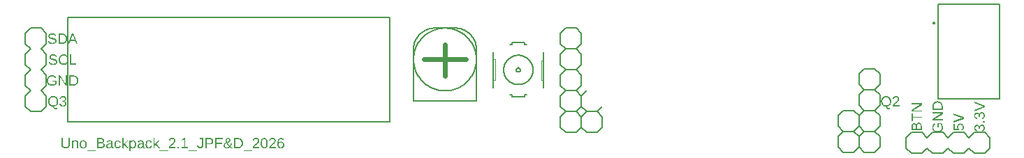
<source format=gbr>
G04 EAGLE Gerber RS-274X export*
G75*
%MOMM*%
%FSLAX34Y34*%
%LPD*%
%INSilkscreen Top*%
%IPPOS*%
%AMOC8*
5,1,8,0,0,1.08239X$1,22.5*%
G01*
G04 Define Apertures*
%ADD10C,0.127000*%
%ADD11C,0.152400*%
%ADD12C,0.050800*%
%ADD13C,0.609600*%
%ADD14C,0.203200*%
%ADD15C,0.200000*%
G36*
X-14670Y41060D02*
X-14994Y41072D01*
X-15302Y41107D01*
X-15596Y41166D01*
X-15876Y41248D01*
X-16141Y41353D01*
X-16391Y41482D01*
X-16626Y41634D01*
X-16847Y41809D01*
X-17056Y42012D01*
X-17254Y42246D01*
X-17444Y42512D01*
X-17623Y42809D01*
X-17793Y43137D01*
X-17953Y43497D01*
X-18103Y43888D01*
X-18244Y44310D01*
X-18670Y44343D01*
X-19081Y44398D01*
X-19477Y44475D01*
X-19859Y44574D01*
X-20225Y44695D01*
X-20577Y44838D01*
X-20913Y45003D01*
X-21235Y45190D01*
X-21540Y45398D01*
X-21826Y45625D01*
X-22094Y45872D01*
X-22343Y46138D01*
X-22573Y46424D01*
X-22785Y46729D01*
X-22978Y47053D01*
X-23153Y47397D01*
X-23308Y47758D01*
X-23442Y48133D01*
X-23556Y48522D01*
X-23649Y48925D01*
X-23721Y49342D01*
X-23773Y49773D01*
X-23804Y50218D01*
X-23814Y50677D01*
X-23808Y51042D01*
X-23789Y51397D01*
X-23757Y51742D01*
X-23713Y52077D01*
X-23656Y52401D01*
X-23586Y52716D01*
X-23504Y53020D01*
X-23409Y53315D01*
X-23302Y53599D01*
X-23181Y53873D01*
X-23048Y54137D01*
X-22903Y54391D01*
X-22574Y54869D01*
X-22194Y55306D01*
X-21769Y55697D01*
X-21542Y55873D01*
X-21304Y56036D01*
X-21057Y56186D01*
X-20800Y56323D01*
X-20533Y56447D01*
X-20256Y56558D01*
X-19969Y56655D01*
X-19672Y56740D01*
X-19366Y56812D01*
X-19049Y56870D01*
X-18723Y56916D01*
X-18386Y56949D01*
X-18040Y56968D01*
X-17683Y56975D01*
X-17220Y56963D01*
X-16773Y56928D01*
X-16341Y56869D01*
X-15925Y56788D01*
X-15524Y56682D01*
X-15140Y56553D01*
X-14770Y56401D01*
X-14416Y56226D01*
X-14081Y56028D01*
X-13765Y55809D01*
X-13470Y55569D01*
X-13196Y55307D01*
X-12941Y55025D01*
X-12708Y54721D01*
X-12494Y54396D01*
X-12301Y54049D01*
X-12130Y53684D01*
X-11981Y53303D01*
X-11856Y52906D01*
X-11753Y52493D01*
X-11673Y52063D01*
X-11616Y51617D01*
X-11581Y51155D01*
X-11570Y50677D01*
X-11590Y50039D01*
X-11652Y49430D01*
X-11755Y48850D01*
X-11898Y48299D01*
X-12083Y47777D01*
X-12309Y47284D01*
X-12576Y46821D01*
X-12884Y46386D01*
X-13228Y45987D01*
X-13605Y45631D01*
X-14013Y45318D01*
X-14454Y45048D01*
X-14926Y44821D01*
X-15431Y44637D01*
X-15967Y44496D01*
X-16536Y44397D01*
X-16342Y43884D01*
X-16121Y43447D01*
X-16000Y43258D01*
X-15872Y43087D01*
X-15737Y42936D01*
X-15594Y42803D01*
X-15444Y42688D01*
X-15284Y42589D01*
X-15114Y42505D01*
X-14934Y42436D01*
X-14745Y42382D01*
X-14546Y42344D01*
X-14337Y42321D01*
X-14119Y42313D01*
X-13875Y42320D01*
X-13626Y42341D01*
X-13111Y42427D01*
X-13111Y41253D01*
X-13514Y41169D01*
X-13908Y41109D01*
X-14294Y41073D01*
X-14670Y41060D01*
G37*
%LPC*%
G36*
X-17701Y45632D02*
X-17182Y45653D01*
X-16694Y45715D01*
X-16238Y45818D01*
X-15812Y45962D01*
X-15418Y46147D01*
X-15054Y46374D01*
X-14722Y46642D01*
X-14421Y46951D01*
X-14153Y47297D01*
X-13921Y47678D01*
X-13724Y48093D01*
X-13564Y48541D01*
X-13438Y49024D01*
X-13349Y49541D01*
X-13296Y50092D01*
X-13278Y50677D01*
X-13296Y51238D01*
X-13350Y51767D01*
X-13440Y52266D01*
X-13566Y52733D01*
X-13728Y53170D01*
X-13926Y53576D01*
X-14160Y53951D01*
X-14430Y54295D01*
X-14732Y54603D01*
X-15065Y54869D01*
X-15427Y55095D01*
X-15819Y55280D01*
X-16240Y55424D01*
X-16692Y55526D01*
X-17173Y55588D01*
X-17683Y55608D01*
X-18198Y55588D01*
X-18683Y55527D01*
X-19138Y55426D01*
X-19562Y55284D01*
X-19956Y55102D01*
X-20321Y54879D01*
X-20655Y54616D01*
X-20959Y54312D01*
X-21230Y53972D01*
X-21465Y53599D01*
X-21664Y53193D01*
X-21826Y52755D01*
X-21953Y52285D01*
X-22043Y51781D01*
X-22097Y51246D01*
X-22115Y50677D01*
X-22097Y50112D01*
X-22042Y49577D01*
X-21951Y49071D01*
X-21823Y48596D01*
X-21658Y48151D01*
X-21457Y47735D01*
X-21220Y47350D01*
X-20946Y46994D01*
X-20639Y46675D01*
X-20305Y46399D01*
X-19941Y46164D01*
X-19550Y45973D01*
X-19130Y45824D01*
X-18682Y45718D01*
X-18206Y45654D01*
X-17701Y45632D01*
G37*
%LPD*%
G36*
X-5725Y44275D02*
X-6182Y44288D01*
X-6615Y44328D01*
X-7024Y44394D01*
X-7410Y44486D01*
X-7772Y44605D01*
X-8111Y44750D01*
X-8425Y44922D01*
X-8716Y45120D01*
X-8981Y45344D01*
X-9218Y45593D01*
X-9426Y45868D01*
X-9606Y46168D01*
X-9758Y46493D01*
X-9881Y46844D01*
X-9976Y47219D01*
X-10043Y47621D01*
X-8414Y47769D01*
X-8367Y47504D01*
X-8303Y47256D01*
X-8224Y47025D01*
X-8128Y46812D01*
X-8016Y46615D01*
X-7888Y46435D01*
X-7744Y46273D01*
X-7584Y46127D01*
X-7408Y45999D01*
X-7216Y45888D01*
X-7008Y45794D01*
X-6783Y45717D01*
X-6543Y45657D01*
X-6286Y45614D01*
X-6014Y45588D01*
X-5725Y45580D01*
X-5435Y45589D01*
X-5162Y45617D01*
X-4904Y45662D01*
X-4662Y45727D01*
X-4436Y45809D01*
X-4227Y45910D01*
X-4033Y46029D01*
X-3855Y46167D01*
X-3696Y46322D01*
X-3558Y46496D01*
X-3442Y46687D01*
X-3346Y46896D01*
X-3272Y47123D01*
X-3219Y47367D01*
X-3187Y47629D01*
X-3177Y47910D01*
X-3189Y48155D01*
X-3225Y48386D01*
X-3286Y48603D01*
X-3370Y48806D01*
X-3479Y48996D01*
X-3613Y49172D01*
X-3770Y49334D01*
X-3952Y49482D01*
X-4156Y49614D01*
X-4382Y49729D01*
X-4630Y49826D01*
X-4899Y49905D01*
X-5189Y49967D01*
X-5501Y50011D01*
X-5835Y50038D01*
X-6189Y50047D01*
X-7083Y50047D01*
X-7083Y51413D01*
X-6224Y51413D01*
X-5910Y51422D01*
X-5613Y51448D01*
X-5334Y51492D01*
X-5074Y51554D01*
X-4832Y51634D01*
X-4608Y51731D01*
X-4402Y51846D01*
X-4214Y51978D01*
X-4047Y52126D01*
X-3902Y52288D01*
X-3779Y52463D01*
X-3679Y52651D01*
X-3601Y52853D01*
X-3545Y53069D01*
X-3512Y53299D01*
X-3501Y53541D01*
X-3510Y53782D01*
X-3537Y54010D01*
X-3582Y54225D01*
X-3646Y54427D01*
X-3728Y54616D01*
X-3828Y54792D01*
X-3947Y54955D01*
X-4083Y55105D01*
X-4237Y55239D01*
X-4410Y55356D01*
X-4599Y55454D01*
X-4807Y55535D01*
X-5032Y55598D01*
X-5274Y55643D01*
X-5535Y55669D01*
X-5813Y55678D01*
X-6067Y55670D01*
X-6309Y55645D01*
X-6538Y55603D01*
X-6755Y55545D01*
X-6960Y55470D01*
X-7152Y55378D01*
X-7332Y55269D01*
X-7499Y55144D01*
X-7651Y55004D01*
X-7787Y54850D01*
X-7906Y54682D01*
X-8008Y54500D01*
X-8093Y54305D01*
X-8161Y54096D01*
X-8213Y53874D01*
X-8248Y53638D01*
X-9833Y53760D01*
X-9775Y54129D01*
X-9689Y54476D01*
X-9574Y54803D01*
X-9431Y55109D01*
X-9260Y55394D01*
X-9060Y55659D01*
X-8832Y55902D01*
X-8576Y56125D01*
X-8296Y56324D01*
X-7997Y56497D01*
X-7678Y56643D01*
X-7340Y56762D01*
X-6983Y56855D01*
X-6606Y56922D01*
X-6210Y56961D01*
X-5795Y56975D01*
X-5344Y56961D01*
X-4919Y56921D01*
X-4519Y56853D01*
X-4145Y56759D01*
X-3798Y56638D01*
X-3476Y56489D01*
X-3180Y56314D01*
X-2909Y56112D01*
X-2668Y55886D01*
X-2459Y55638D01*
X-2282Y55370D01*
X-2138Y55080D01*
X-2025Y54768D01*
X-1945Y54436D01*
X-1896Y54083D01*
X-1880Y53708D01*
X-1891Y53419D01*
X-1922Y53144D01*
X-1973Y52883D01*
X-2046Y52636D01*
X-2139Y52403D01*
X-2252Y52183D01*
X-2387Y51977D01*
X-2542Y51785D01*
X-2716Y51608D01*
X-2910Y51445D01*
X-3122Y51297D01*
X-3353Y51165D01*
X-3602Y51047D01*
X-3871Y50944D01*
X-4158Y50856D01*
X-4464Y50782D01*
X-4464Y50747D01*
X-4128Y50700D01*
X-3810Y50634D01*
X-3512Y50547D01*
X-3233Y50441D01*
X-2974Y50315D01*
X-2733Y50169D01*
X-2512Y50004D01*
X-2309Y49819D01*
X-2129Y49618D01*
X-1972Y49404D01*
X-1840Y49178D01*
X-1731Y48939D01*
X-1647Y48687D01*
X-1587Y48423D01*
X-1551Y48146D01*
X-1539Y47857D01*
X-1556Y47442D01*
X-1607Y47051D01*
X-1691Y46685D01*
X-1810Y46342D01*
X-1963Y46023D01*
X-2150Y45729D01*
X-2370Y45458D01*
X-2625Y45212D01*
X-2911Y44992D01*
X-3226Y44802D01*
X-3570Y44641D01*
X-3943Y44509D01*
X-4345Y44407D01*
X-4776Y44333D01*
X-5236Y44290D01*
X-5725Y44275D01*
G37*
G36*
X6683Y69850D02*
X2067Y69850D01*
X2067Y82191D01*
X6148Y82191D01*
X6535Y82185D01*
X6910Y82166D01*
X7274Y82136D01*
X7627Y82093D01*
X7968Y82037D01*
X8299Y81970D01*
X8618Y81890D01*
X8926Y81798D01*
X9223Y81693D01*
X9508Y81577D01*
X9783Y81448D01*
X10046Y81306D01*
X10298Y81153D01*
X10539Y80987D01*
X10769Y80809D01*
X10987Y80619D01*
X11194Y80417D01*
X11387Y80205D01*
X11566Y79982D01*
X11733Y79750D01*
X11886Y79506D01*
X12025Y79253D01*
X12152Y78989D01*
X12265Y78715D01*
X12365Y78430D01*
X12451Y78135D01*
X12525Y77830D01*
X12584Y77514D01*
X12631Y77188D01*
X12664Y76851D01*
X12684Y76505D01*
X12691Y76147D01*
X12679Y75678D01*
X12644Y75223D01*
X12586Y74782D01*
X12505Y74357D01*
X12400Y73947D01*
X12272Y73552D01*
X12121Y73171D01*
X11946Y72806D01*
X11751Y72458D01*
X11535Y72132D01*
X11301Y71826D01*
X11046Y71541D01*
X10773Y71278D01*
X10480Y71035D01*
X10167Y70813D01*
X9836Y70612D01*
X9487Y70433D01*
X9126Y70279D01*
X8752Y70148D01*
X8364Y70040D01*
X7963Y69957D01*
X7550Y69898D01*
X7123Y69862D01*
X6683Y69850D01*
G37*
%LPC*%
G36*
X6490Y71190D02*
X6824Y71199D01*
X7148Y71227D01*
X7462Y71274D01*
X7765Y71339D01*
X8058Y71423D01*
X8341Y71525D01*
X8614Y71646D01*
X8877Y71786D01*
X9126Y71943D01*
X9361Y72116D01*
X9581Y72306D01*
X9786Y72513D01*
X9976Y72735D01*
X10152Y72975D01*
X10312Y73230D01*
X10457Y73502D01*
X10587Y73789D01*
X10699Y74088D01*
X10794Y74400D01*
X10871Y74724D01*
X10932Y75061D01*
X10975Y75411D01*
X11001Y75773D01*
X11009Y76147D01*
X10990Y76704D01*
X10931Y77227D01*
X10832Y77715D01*
X10695Y78170D01*
X10518Y78590D01*
X10302Y78976D01*
X10047Y79328D01*
X9752Y79646D01*
X9421Y79929D01*
X9054Y80173D01*
X8651Y80380D01*
X8214Y80550D01*
X7742Y80681D01*
X7234Y80775D01*
X6691Y80832D01*
X6113Y80851D01*
X3740Y80851D01*
X3740Y71190D01*
X6490Y71190D01*
G37*
%LPD*%
G36*
X-9382Y69850D02*
X-10871Y69850D01*
X-10871Y82191D01*
X-8926Y82191D01*
X-2252Y71610D01*
X-2331Y73091D01*
X-2357Y74098D01*
X-2357Y82191D01*
X-851Y82191D01*
X-851Y69850D01*
X-2865Y69850D01*
X-9469Y80360D01*
X-9426Y79511D01*
X-9382Y78048D01*
X-9382Y69850D01*
G37*
G36*
X-19159Y69675D02*
X-19635Y69687D01*
X-20093Y69723D01*
X-20536Y69783D01*
X-20961Y69868D01*
X-21370Y69976D01*
X-21762Y70108D01*
X-22137Y70265D01*
X-22496Y70446D01*
X-22836Y70649D01*
X-23155Y70873D01*
X-23454Y71119D01*
X-23732Y71386D01*
X-23989Y71674D01*
X-24226Y71984D01*
X-24442Y72314D01*
X-24637Y72666D01*
X-24811Y73036D01*
X-24961Y73423D01*
X-25088Y73825D01*
X-25193Y74244D01*
X-25274Y74678D01*
X-25331Y75128D01*
X-25366Y75595D01*
X-25378Y76077D01*
X-25371Y76448D01*
X-25352Y76807D01*
X-25321Y77156D01*
X-25277Y77495D01*
X-25220Y77822D01*
X-25151Y78140D01*
X-25069Y78446D01*
X-24975Y78742D01*
X-24868Y79027D01*
X-24748Y79302D01*
X-24616Y79566D01*
X-24471Y79820D01*
X-24314Y80063D01*
X-24144Y80295D01*
X-23766Y80728D01*
X-23343Y81114D01*
X-23116Y81288D01*
X-22879Y81449D01*
X-22631Y81596D01*
X-22374Y81732D01*
X-22106Y81854D01*
X-21828Y81963D01*
X-21540Y82060D01*
X-21242Y82143D01*
X-20933Y82214D01*
X-20615Y82272D01*
X-20286Y82317D01*
X-19947Y82349D01*
X-19597Y82368D01*
X-19238Y82375D01*
X-18738Y82364D01*
X-18261Y82331D01*
X-17809Y82277D01*
X-17381Y82202D01*
X-16977Y82104D01*
X-16597Y81986D01*
X-16241Y81845D01*
X-15910Y81683D01*
X-15599Y81497D01*
X-15307Y81285D01*
X-15033Y81047D01*
X-14778Y80783D01*
X-14540Y80493D01*
X-14322Y80177D01*
X-14121Y79835D01*
X-13939Y79467D01*
X-15533Y78994D01*
X-15671Y79248D01*
X-15821Y79484D01*
X-15983Y79702D01*
X-16158Y79903D01*
X-16346Y80085D01*
X-16545Y80250D01*
X-16758Y80397D01*
X-16983Y80527D01*
X-17221Y80640D01*
X-17473Y80737D01*
X-17739Y80820D01*
X-18019Y80888D01*
X-18314Y80941D01*
X-18622Y80978D01*
X-18945Y81001D01*
X-19282Y81008D01*
X-19800Y80988D01*
X-20287Y80928D01*
X-20743Y80827D01*
X-21167Y80685D01*
X-21560Y80504D01*
X-21921Y80282D01*
X-22250Y80019D01*
X-22549Y79717D01*
X-22813Y79377D01*
X-23043Y79005D01*
X-23237Y78599D01*
X-23396Y78161D01*
X-23520Y77689D01*
X-23608Y77185D01*
X-23661Y76648D01*
X-23678Y76077D01*
X-23660Y75508D01*
X-23603Y74970D01*
X-23510Y74462D01*
X-23378Y73985D01*
X-23210Y73539D01*
X-23003Y73124D01*
X-22760Y72739D01*
X-22479Y72386D01*
X-22164Y72068D01*
X-21821Y71794D01*
X-21449Y71561D01*
X-21049Y71371D01*
X-20619Y71223D01*
X-20161Y71117D01*
X-19675Y71054D01*
X-19159Y71032D01*
X-18565Y71055D01*
X-17991Y71124D01*
X-17437Y71239D01*
X-16904Y71400D01*
X-16405Y71601D01*
X-15957Y71834D01*
X-15558Y72100D01*
X-15209Y72399D01*
X-15209Y74623D01*
X-18896Y74623D01*
X-18896Y76025D01*
X-13667Y76025D01*
X-13667Y71768D01*
X-13920Y71526D01*
X-14186Y71297D01*
X-14465Y71083D01*
X-14759Y70882D01*
X-15066Y70696D01*
X-15388Y70524D01*
X-15723Y70366D01*
X-16072Y70222D01*
X-16431Y70094D01*
X-16798Y69983D01*
X-17173Y69889D01*
X-17555Y69812D01*
X-17945Y69752D01*
X-18342Y69709D01*
X-18747Y69683D01*
X-19159Y69675D01*
G37*
G36*
X-17753Y95075D02*
X-18302Y95087D01*
X-18822Y95124D01*
X-19311Y95185D01*
X-19771Y95271D01*
X-20202Y95381D01*
X-20603Y95516D01*
X-20974Y95675D01*
X-21316Y95859D01*
X-21628Y96067D01*
X-21910Y96300D01*
X-22163Y96557D01*
X-22386Y96839D01*
X-22579Y97145D01*
X-22743Y97475D01*
X-22877Y97831D01*
X-22982Y98210D01*
X-21362Y98534D01*
X-21282Y98266D01*
X-21182Y98015D01*
X-21063Y97783D01*
X-20924Y97570D01*
X-20765Y97375D01*
X-20587Y97199D01*
X-20388Y97041D01*
X-20171Y96901D01*
X-19933Y96779D01*
X-19674Y96673D01*
X-19395Y96583D01*
X-19095Y96510D01*
X-18775Y96453D01*
X-18435Y96412D01*
X-18074Y96388D01*
X-17692Y96380D01*
X-17298Y96389D01*
X-16928Y96415D01*
X-16581Y96458D01*
X-16257Y96519D01*
X-15956Y96597D01*
X-15678Y96693D01*
X-15423Y96806D01*
X-15191Y96936D01*
X-14985Y97083D01*
X-14806Y97247D01*
X-14655Y97426D01*
X-14531Y97622D01*
X-14435Y97835D01*
X-14366Y98063D01*
X-14325Y98308D01*
X-14311Y98569D01*
X-14328Y98857D01*
X-14380Y99117D01*
X-14466Y99348D01*
X-14587Y99550D01*
X-14739Y99731D01*
X-14919Y99894D01*
X-15126Y100041D01*
X-15362Y100172D01*
X-15624Y100290D01*
X-15909Y100398D01*
X-16219Y100496D01*
X-16553Y100584D01*
X-18086Y100943D01*
X-18773Y101105D01*
X-19372Y101267D01*
X-19883Y101429D01*
X-20306Y101591D01*
X-20665Y101758D01*
X-20984Y101934D01*
X-21263Y102119D01*
X-21502Y102314D01*
X-21708Y102522D01*
X-21888Y102746D01*
X-22043Y102988D01*
X-22172Y103247D01*
X-22273Y103524D01*
X-22346Y103820D01*
X-22389Y104137D01*
X-22404Y104473D01*
X-22385Y104858D01*
X-22328Y105220D01*
X-22233Y105559D01*
X-22101Y105876D01*
X-21930Y106170D01*
X-21722Y106442D01*
X-21475Y106690D01*
X-21191Y106916D01*
X-20871Y107118D01*
X-20519Y107292D01*
X-20134Y107439D01*
X-19716Y107560D01*
X-19266Y107654D01*
X-18783Y107721D01*
X-18267Y107761D01*
X-17718Y107775D01*
X-17208Y107765D01*
X-16729Y107734D01*
X-16281Y107684D01*
X-15864Y107614D01*
X-15477Y107523D01*
X-15122Y107413D01*
X-14797Y107282D01*
X-14504Y107131D01*
X-14236Y106956D01*
X-13989Y106752D01*
X-13763Y106521D01*
X-13558Y106261D01*
X-13373Y105972D01*
X-13210Y105655D01*
X-13067Y105310D01*
X-12945Y104937D01*
X-14591Y104648D01*
X-14667Y104885D01*
X-14758Y105105D01*
X-14864Y105308D01*
X-14985Y105494D01*
X-15122Y105664D01*
X-15274Y105816D01*
X-15442Y105952D01*
X-15625Y106071D01*
X-15825Y106175D01*
X-16043Y106265D01*
X-16279Y106341D01*
X-16534Y106403D01*
X-16807Y106451D01*
X-17098Y106486D01*
X-17408Y106507D01*
X-17736Y106513D01*
X-18095Y106506D01*
X-18432Y106483D01*
X-18747Y106445D01*
X-19041Y106391D01*
X-19312Y106322D01*
X-19562Y106238D01*
X-19790Y106138D01*
X-19995Y106023D01*
X-20178Y105893D01*
X-20336Y105748D01*
X-20470Y105587D01*
X-20580Y105412D01*
X-20665Y105222D01*
X-20726Y105016D01*
X-20763Y104796D01*
X-20775Y104560D01*
X-20756Y104288D01*
X-20699Y104040D01*
X-20605Y103817D01*
X-20473Y103619D01*
X-20305Y103440D01*
X-20104Y103275D01*
X-19869Y103124D01*
X-19601Y102988D01*
X-19246Y102852D01*
X-18749Y102700D01*
X-18112Y102534D01*
X-17333Y102353D01*
X-16199Y102086D01*
X-15646Y101937D01*
X-15117Y101762D01*
X-14617Y101557D01*
X-14149Y101320D01*
X-13931Y101186D01*
X-13728Y101037D01*
X-13539Y100875D01*
X-13365Y100698D01*
X-13208Y100506D01*
X-13068Y100297D01*
X-12947Y100072D01*
X-12844Y99831D01*
X-12762Y99570D01*
X-12703Y99288D01*
X-12667Y98983D01*
X-12656Y98657D01*
X-12677Y98242D01*
X-12739Y97851D01*
X-12844Y97485D01*
X-12990Y97142D01*
X-13177Y96823D01*
X-13407Y96529D01*
X-13678Y96258D01*
X-13991Y96012D01*
X-14342Y95792D01*
X-14727Y95602D01*
X-15146Y95441D01*
X-15600Y95309D01*
X-16087Y95207D01*
X-16608Y95133D01*
X-17164Y95090D01*
X-17753Y95075D01*
G37*
G36*
X-4931Y95075D02*
X-5390Y95087D01*
X-5832Y95123D01*
X-6259Y95184D01*
X-6671Y95269D01*
X-7066Y95378D01*
X-7446Y95511D01*
X-7810Y95668D01*
X-8159Y95850D01*
X-8489Y96054D01*
X-8799Y96279D01*
X-9089Y96525D01*
X-9358Y96792D01*
X-9608Y97079D01*
X-9837Y97387D01*
X-10046Y97716D01*
X-10234Y98066D01*
X-10402Y98434D01*
X-10547Y98819D01*
X-10669Y99221D01*
X-10770Y99639D01*
X-10848Y100074D01*
X-10904Y100525D01*
X-10937Y100993D01*
X-10948Y101477D01*
X-10942Y101841D01*
X-10923Y102195D01*
X-10892Y102539D01*
X-10849Y102873D01*
X-10793Y103197D01*
X-10724Y103511D01*
X-10643Y103815D01*
X-10550Y104109D01*
X-10444Y104393D01*
X-10325Y104667D01*
X-10052Y105185D01*
X-9728Y105664D01*
X-9354Y106102D01*
X-8936Y106494D01*
X-8480Y106834D01*
X-8238Y106984D01*
X-7986Y107121D01*
X-7725Y107245D01*
X-7454Y107356D01*
X-7173Y107455D01*
X-6883Y107539D01*
X-6583Y107611D01*
X-6273Y107670D01*
X-5954Y107716D01*
X-5626Y107749D01*
X-5288Y107768D01*
X-4940Y107775D01*
X-4457Y107763D01*
X-3995Y107727D01*
X-3553Y107666D01*
X-3131Y107582D01*
X-2730Y107474D01*
X-2348Y107341D01*
X-1987Y107185D01*
X-1647Y107004D01*
X-1327Y106800D01*
X-1029Y106572D01*
X-753Y106321D01*
X-499Y106047D01*
X-267Y105750D01*
X-57Y105429D01*
X131Y105085D01*
X298Y104718D01*
X-1287Y104192D01*
X-1403Y104454D01*
X-1535Y104699D01*
X-1683Y104929D01*
X-1847Y105143D01*
X-2028Y105341D01*
X-2224Y105523D01*
X-2438Y105689D01*
X-2667Y105839D01*
X-2910Y105973D01*
X-3164Y106088D01*
X-3430Y106186D01*
X-3706Y106266D01*
X-3993Y106328D01*
X-4292Y106373D01*
X-4602Y106399D01*
X-4922Y106408D01*
X-5420Y106388D01*
X-5890Y106326D01*
X-6331Y106223D01*
X-6744Y106079D01*
X-7128Y105893D01*
X-7484Y105667D01*
X-7812Y105399D01*
X-8110Y105090D01*
X-8377Y104745D01*
X-8609Y104370D01*
X-8804Y103964D01*
X-8964Y103528D01*
X-9089Y103061D01*
X-9178Y102564D01*
X-9231Y102036D01*
X-9249Y101477D01*
X-9230Y100924D01*
X-9175Y100399D01*
X-9082Y99901D01*
X-8952Y99431D01*
X-8785Y98989D01*
X-8581Y98575D01*
X-8340Y98188D01*
X-8062Y97829D01*
X-7752Y97506D01*
X-7417Y97226D01*
X-7055Y96989D01*
X-6666Y96795D01*
X-6252Y96644D01*
X-5812Y96536D01*
X-5345Y96471D01*
X-4852Y96450D01*
X-4533Y96460D01*
X-4224Y96490D01*
X-3925Y96540D01*
X-3636Y96610D01*
X-3358Y96701D01*
X-3089Y96811D01*
X-2830Y96941D01*
X-2582Y97091D01*
X-2343Y97262D01*
X-2114Y97452D01*
X-1896Y97663D01*
X-1688Y97893D01*
X-1489Y98144D01*
X-1301Y98415D01*
X-1123Y98705D01*
X-955Y99016D01*
X412Y98333D01*
X212Y97946D01*
X-8Y97584D01*
X-247Y97245D01*
X-505Y96929D01*
X-782Y96638D01*
X-1079Y96371D01*
X-1395Y96127D01*
X-1730Y95907D01*
X-2082Y95712D01*
X-2447Y95543D01*
X-2827Y95400D01*
X-3220Y95283D01*
X-3627Y95192D01*
X-4048Y95127D01*
X-4483Y95088D01*
X-4931Y95075D01*
G37*
G36*
X10490Y95250D02*
X2581Y95250D01*
X2581Y107591D01*
X4254Y107591D01*
X4254Y96616D01*
X10490Y96616D01*
X10490Y95250D01*
G37*
G36*
X-6766Y120650D02*
X-11382Y120650D01*
X-11382Y132991D01*
X-7300Y132991D01*
X-6914Y132985D01*
X-6539Y132966D01*
X-6175Y132936D01*
X-5822Y132893D01*
X-5480Y132837D01*
X-5150Y132770D01*
X-4831Y132690D01*
X-4523Y132598D01*
X-4226Y132493D01*
X-3940Y132377D01*
X-3666Y132248D01*
X-3402Y132106D01*
X-3150Y131953D01*
X-2909Y131787D01*
X-2680Y131609D01*
X-2461Y131419D01*
X-2255Y131217D01*
X-2062Y131005D01*
X-1882Y130782D01*
X-1716Y130550D01*
X-1563Y130306D01*
X-1423Y130053D01*
X-1297Y129789D01*
X-1184Y129515D01*
X-1084Y129230D01*
X-997Y128935D01*
X-924Y128630D01*
X-864Y128314D01*
X-818Y127988D01*
X-784Y127651D01*
X-764Y127305D01*
X-758Y126947D01*
X-769Y126478D01*
X-804Y126023D01*
X-862Y125582D01*
X-944Y125157D01*
X-1048Y124747D01*
X-1176Y124352D01*
X-1328Y123971D01*
X-1502Y123606D01*
X-1698Y123258D01*
X-1913Y122932D01*
X-2148Y122626D01*
X-2402Y122341D01*
X-2676Y122078D01*
X-2969Y121835D01*
X-3281Y121613D01*
X-3613Y121412D01*
X-3961Y121233D01*
X-4322Y121079D01*
X-4697Y120948D01*
X-5084Y120840D01*
X-5485Y120757D01*
X-5899Y120698D01*
X-6326Y120662D01*
X-6766Y120650D01*
G37*
%LPC*%
G36*
X-6959Y121990D02*
X-6624Y121999D01*
X-6300Y122027D01*
X-5987Y122074D01*
X-5683Y122139D01*
X-5390Y122223D01*
X-5107Y122325D01*
X-4834Y122446D01*
X-4572Y122586D01*
X-4322Y122743D01*
X-4087Y122916D01*
X-3867Y123106D01*
X-3662Y123313D01*
X-3472Y123535D01*
X-3297Y123775D01*
X-3136Y124030D01*
X-2991Y124302D01*
X-2862Y124589D01*
X-2750Y124888D01*
X-2655Y125200D01*
X-2577Y125524D01*
X-2517Y125861D01*
X-2474Y126211D01*
X-2448Y126573D01*
X-2439Y126947D01*
X-2459Y127504D01*
X-2518Y128027D01*
X-2616Y128515D01*
X-2753Y128970D01*
X-2930Y129390D01*
X-3146Y129776D01*
X-3402Y130128D01*
X-3696Y130446D01*
X-4028Y130729D01*
X-4395Y130973D01*
X-4797Y131180D01*
X-5234Y131350D01*
X-5707Y131481D01*
X-6214Y131575D01*
X-6757Y131632D01*
X-7335Y131651D01*
X-9709Y131651D01*
X-9709Y121990D01*
X-6959Y121990D01*
G37*
%LPD*%
G36*
X1885Y120650D02*
X151Y120650D01*
X5187Y132991D01*
X7087Y132991D01*
X12045Y120650D01*
X10337Y120650D01*
X8927Y124259D01*
X3304Y124259D01*
X1885Y120650D01*
G37*
%LPC*%
G36*
X8427Y125564D02*
X6842Y129636D01*
X6597Y130280D01*
X6352Y131003D01*
X6115Y131730D01*
X6036Y131484D01*
X5765Y130654D01*
X5388Y129619D01*
X3812Y125564D01*
X8427Y125564D01*
G37*
%LPD*%
G36*
X-18747Y120475D02*
X-19296Y120487D01*
X-19816Y120524D01*
X-20305Y120585D01*
X-20766Y120671D01*
X-21196Y120781D01*
X-21597Y120916D01*
X-21968Y121075D01*
X-22310Y121259D01*
X-22622Y121467D01*
X-22904Y121700D01*
X-23157Y121957D01*
X-23380Y122239D01*
X-23573Y122545D01*
X-23737Y122875D01*
X-23872Y123231D01*
X-23976Y123610D01*
X-22356Y123934D01*
X-22276Y123666D01*
X-22176Y123415D01*
X-22057Y123183D01*
X-21918Y122970D01*
X-21759Y122775D01*
X-21581Y122599D01*
X-21383Y122441D01*
X-21165Y122301D01*
X-20927Y122179D01*
X-20668Y122073D01*
X-20389Y121983D01*
X-20090Y121910D01*
X-19769Y121853D01*
X-19429Y121812D01*
X-19068Y121788D01*
X-18686Y121780D01*
X-18292Y121789D01*
X-17922Y121815D01*
X-17575Y121858D01*
X-17251Y121919D01*
X-16950Y121997D01*
X-16672Y122093D01*
X-16417Y122206D01*
X-16185Y122336D01*
X-15979Y122483D01*
X-15800Y122647D01*
X-15649Y122826D01*
X-15525Y123022D01*
X-15429Y123235D01*
X-15360Y123463D01*
X-15319Y123708D01*
X-15305Y123969D01*
X-15322Y124257D01*
X-15374Y124517D01*
X-15460Y124748D01*
X-15581Y124950D01*
X-15733Y125131D01*
X-15913Y125294D01*
X-16121Y125441D01*
X-16356Y125572D01*
X-16618Y125690D01*
X-16904Y125798D01*
X-17213Y125896D01*
X-17547Y125984D01*
X-19080Y126343D01*
X-19767Y126505D01*
X-20367Y126667D01*
X-20878Y126829D01*
X-21300Y126991D01*
X-21659Y127158D01*
X-21978Y127334D01*
X-22257Y127519D01*
X-22496Y127714D01*
X-22702Y127922D01*
X-22882Y128146D01*
X-23037Y128388D01*
X-23166Y128647D01*
X-23268Y128924D01*
X-23340Y129220D01*
X-23384Y129537D01*
X-23398Y129873D01*
X-23379Y130258D01*
X-23322Y130620D01*
X-23227Y130959D01*
X-23095Y131276D01*
X-22924Y131570D01*
X-22716Y131842D01*
X-22469Y132090D01*
X-22185Y132316D01*
X-21865Y132518D01*
X-21513Y132692D01*
X-21128Y132839D01*
X-20710Y132960D01*
X-20260Y133054D01*
X-19777Y133121D01*
X-19261Y133161D01*
X-18712Y133175D01*
X-18202Y133165D01*
X-17723Y133134D01*
X-17275Y133084D01*
X-16858Y133014D01*
X-16471Y132923D01*
X-16116Y132813D01*
X-15791Y132682D01*
X-15498Y132531D01*
X-15230Y132356D01*
X-14983Y132152D01*
X-14757Y131921D01*
X-14552Y131661D01*
X-14367Y131372D01*
X-14204Y131055D01*
X-14061Y130710D01*
X-13939Y130337D01*
X-15585Y130048D01*
X-15661Y130285D01*
X-15752Y130505D01*
X-15858Y130708D01*
X-15980Y130894D01*
X-16116Y131064D01*
X-16269Y131216D01*
X-16436Y131352D01*
X-16619Y131471D01*
X-16819Y131575D01*
X-17037Y131665D01*
X-17273Y131741D01*
X-17528Y131803D01*
X-17801Y131851D01*
X-18092Y131886D01*
X-18402Y131907D01*
X-18730Y131913D01*
X-19089Y131906D01*
X-19426Y131883D01*
X-19741Y131845D01*
X-20035Y131791D01*
X-20306Y131722D01*
X-20556Y131638D01*
X-20784Y131538D01*
X-20989Y131423D01*
X-21172Y131293D01*
X-21331Y131148D01*
X-21464Y130987D01*
X-21574Y130812D01*
X-21659Y130622D01*
X-21720Y130416D01*
X-21757Y130196D01*
X-21769Y129960D01*
X-21750Y129688D01*
X-21693Y129440D01*
X-21599Y129217D01*
X-21467Y129019D01*
X-21299Y128840D01*
X-21098Y128675D01*
X-20863Y128524D01*
X-20595Y128388D01*
X-20240Y128252D01*
X-19744Y128100D01*
X-19106Y127934D01*
X-18327Y127753D01*
X-17193Y127486D01*
X-16640Y127337D01*
X-16111Y127162D01*
X-15611Y126957D01*
X-15143Y126720D01*
X-14925Y126586D01*
X-14722Y126437D01*
X-14533Y126275D01*
X-14359Y126098D01*
X-14202Y125906D01*
X-14063Y125697D01*
X-13941Y125472D01*
X-13838Y125231D01*
X-13756Y124970D01*
X-13697Y124688D01*
X-13662Y124383D01*
X-13650Y124057D01*
X-13671Y123642D01*
X-13733Y123251D01*
X-13838Y122885D01*
X-13984Y122542D01*
X-14172Y122223D01*
X-14401Y121929D01*
X-14672Y121658D01*
X-14985Y121412D01*
X-15336Y121192D01*
X-15721Y121002D01*
X-16141Y120841D01*
X-16594Y120709D01*
X-17081Y120607D01*
X-17602Y120533D01*
X-18158Y120490D01*
X-18747Y120475D01*
G37*
G36*
X1035050Y15284D02*
X1022709Y15284D01*
X1022709Y19769D01*
X1022721Y20295D01*
X1022756Y20787D01*
X1022815Y21245D01*
X1022896Y21669D01*
X1023002Y22060D01*
X1023130Y22416D01*
X1023283Y22739D01*
X1023458Y23027D01*
X1023657Y23282D01*
X1023879Y23502D01*
X1024125Y23689D01*
X1024394Y23842D01*
X1024687Y23960D01*
X1025003Y24045D01*
X1025342Y24096D01*
X1025705Y24113D01*
X1025973Y24103D01*
X1026230Y24075D01*
X1026477Y24027D01*
X1026712Y23960D01*
X1026936Y23874D01*
X1027150Y23768D01*
X1027352Y23644D01*
X1027544Y23500D01*
X1027722Y23339D01*
X1027814Y23239D01*
X1027886Y23162D01*
X1028033Y22969D01*
X1028166Y22760D01*
X1028283Y22535D01*
X1028385Y22295D01*
X1028471Y22038D01*
X1028542Y21766D01*
X1028596Y22123D01*
X1028670Y22459D01*
X1028763Y22774D01*
X1028876Y23069D01*
X1029009Y23342D01*
X1029162Y23594D01*
X1029335Y23824D01*
X1029424Y23921D01*
X1029528Y24034D01*
X1029737Y24221D01*
X1029959Y24383D01*
X1030195Y24520D01*
X1030444Y24632D01*
X1030706Y24719D01*
X1030982Y24781D01*
X1031271Y24819D01*
X1031573Y24831D01*
X1031973Y24813D01*
X1032350Y24756D01*
X1032705Y24663D01*
X1033037Y24531D01*
X1033345Y24363D01*
X1033631Y24156D01*
X1033895Y23913D01*
X1034135Y23631D01*
X1034349Y23317D01*
X1034535Y22973D01*
X1034693Y22600D01*
X1034821Y22197D01*
X1034921Y21765D01*
X1034993Y21304D01*
X1035036Y20814D01*
X1035050Y20294D01*
X1035050Y15284D01*
G37*
%LPC*%
G36*
X1033710Y16957D02*
X1033710Y20207D01*
X1033701Y20577D01*
X1033674Y20921D01*
X1033630Y21239D01*
X1033568Y21531D01*
X1033488Y21798D01*
X1033390Y22038D01*
X1033274Y22252D01*
X1033141Y22440D01*
X1032990Y22604D01*
X1032821Y22747D01*
X1032635Y22867D01*
X1032431Y22966D01*
X1032210Y23042D01*
X1031971Y23097D01*
X1031715Y23130D01*
X1031442Y23141D01*
X1031177Y23129D01*
X1030930Y23093D01*
X1030700Y23033D01*
X1030487Y22949D01*
X1030291Y22841D01*
X1030113Y22710D01*
X1029951Y22554D01*
X1029806Y22374D01*
X1029678Y22171D01*
X1029567Y21943D01*
X1029474Y21692D01*
X1029397Y21417D01*
X1029337Y21117D01*
X1029295Y20794D01*
X1029269Y20447D01*
X1029261Y20075D01*
X1029261Y16957D01*
X1033710Y16957D01*
G37*
G36*
X1027956Y16957D02*
X1027956Y19769D01*
X1027948Y20093D01*
X1027924Y20396D01*
X1027885Y20678D01*
X1027830Y20939D01*
X1027759Y21179D01*
X1027672Y21397D01*
X1027570Y21594D01*
X1027452Y21770D01*
X1027318Y21925D01*
X1027167Y22059D01*
X1026999Y22173D01*
X1026814Y22266D01*
X1026612Y22338D01*
X1026394Y22390D01*
X1026158Y22421D01*
X1025906Y22431D01*
X1025665Y22421D01*
X1025442Y22389D01*
X1025237Y22335D01*
X1025050Y22261D01*
X1024880Y22165D01*
X1024729Y22047D01*
X1024595Y21908D01*
X1024478Y21748D01*
X1024378Y21568D01*
X1024291Y21368D01*
X1024217Y21150D01*
X1024157Y20912D01*
X1024110Y20655D01*
X1024076Y20379D01*
X1024056Y20083D01*
X1024049Y19769D01*
X1024049Y16957D01*
X1027956Y16957D01*
G37*
%LPD*%
G36*
X1035050Y38191D02*
X1022709Y38191D01*
X1022709Y40135D01*
X1033290Y46809D01*
X1031809Y46730D01*
X1030802Y46704D01*
X1022709Y46704D01*
X1022709Y48210D01*
X1035050Y48210D01*
X1035050Y46196D01*
X1024540Y39592D01*
X1025389Y39636D01*
X1026852Y39680D01*
X1035050Y39680D01*
X1035050Y38191D01*
G37*
G36*
X1024076Y26153D02*
X1022709Y26153D01*
X1022709Y36296D01*
X1024076Y36296D01*
X1024076Y32057D01*
X1035050Y32057D01*
X1035050Y30393D01*
X1024076Y30393D01*
X1024076Y26153D01*
G37*
G36*
X1060450Y40167D02*
X1048109Y40167D01*
X1048109Y44248D01*
X1048115Y44635D01*
X1048134Y45010D01*
X1048165Y45374D01*
X1048208Y45727D01*
X1048263Y46068D01*
X1048330Y46399D01*
X1048410Y46718D01*
X1048502Y47026D01*
X1048607Y47323D01*
X1048723Y47608D01*
X1048852Y47883D01*
X1048994Y48146D01*
X1049147Y48398D01*
X1049313Y48639D01*
X1049491Y48869D01*
X1049681Y49087D01*
X1049883Y49294D01*
X1050095Y49487D01*
X1050318Y49666D01*
X1050550Y49833D01*
X1050794Y49986D01*
X1051047Y50125D01*
X1051311Y50252D01*
X1051585Y50365D01*
X1051870Y50465D01*
X1052165Y50551D01*
X1052470Y50625D01*
X1052786Y50684D01*
X1053112Y50731D01*
X1053449Y50764D01*
X1053795Y50784D01*
X1054153Y50791D01*
X1054623Y50779D01*
X1055077Y50744D01*
X1055518Y50686D01*
X1055943Y50605D01*
X1056353Y50500D01*
X1056748Y50372D01*
X1057129Y50221D01*
X1057494Y50046D01*
X1057842Y49851D01*
X1058168Y49635D01*
X1058474Y49401D01*
X1058759Y49146D01*
X1059022Y48873D01*
X1059265Y48580D01*
X1059487Y48267D01*
X1059688Y47936D01*
X1059867Y47587D01*
X1060021Y47226D01*
X1060152Y46852D01*
X1060260Y46464D01*
X1060343Y46063D01*
X1060402Y45650D01*
X1060438Y45223D01*
X1060450Y44783D01*
X1060450Y40167D01*
G37*
%LPC*%
G36*
X1059110Y41840D02*
X1059110Y44590D01*
X1059101Y44924D01*
X1059073Y45248D01*
X1059026Y45562D01*
X1058961Y45865D01*
X1058877Y46158D01*
X1058775Y46441D01*
X1058654Y46714D01*
X1058514Y46977D01*
X1058357Y47226D01*
X1058184Y47461D01*
X1057994Y47681D01*
X1057787Y47886D01*
X1057565Y48076D01*
X1057325Y48252D01*
X1057070Y48412D01*
X1056798Y48557D01*
X1056511Y48687D01*
X1056212Y48799D01*
X1055900Y48894D01*
X1055576Y48971D01*
X1055239Y49032D01*
X1054889Y49075D01*
X1054527Y49101D01*
X1054153Y49109D01*
X1053596Y49090D01*
X1053073Y49031D01*
X1052585Y48932D01*
X1052131Y48795D01*
X1051710Y48618D01*
X1051324Y48402D01*
X1050972Y48147D01*
X1050654Y47852D01*
X1050371Y47521D01*
X1050127Y47154D01*
X1049920Y46751D01*
X1049750Y46314D01*
X1049619Y45842D01*
X1049525Y45334D01*
X1049468Y44791D01*
X1049449Y44213D01*
X1049449Y41840D01*
X1059110Y41840D01*
G37*
%LPD*%
G36*
X1060450Y27229D02*
X1048109Y27229D01*
X1048109Y29174D01*
X1058690Y35848D01*
X1057209Y35769D01*
X1056202Y35743D01*
X1048109Y35743D01*
X1048109Y37249D01*
X1060450Y37249D01*
X1060450Y35235D01*
X1049940Y28631D01*
X1050789Y28674D01*
X1052252Y28718D01*
X1060450Y28718D01*
X1060450Y27229D01*
G37*
G36*
X1054223Y12722D02*
X1053852Y12729D01*
X1053493Y12748D01*
X1053144Y12779D01*
X1052805Y12823D01*
X1052478Y12880D01*
X1052160Y12949D01*
X1051854Y13031D01*
X1051558Y13125D01*
X1051273Y13232D01*
X1050998Y13352D01*
X1050734Y13484D01*
X1050480Y13629D01*
X1050237Y13786D01*
X1050005Y13956D01*
X1049572Y14334D01*
X1049186Y14757D01*
X1049012Y14984D01*
X1048852Y15221D01*
X1048704Y15469D01*
X1048569Y15726D01*
X1048446Y15994D01*
X1048337Y16272D01*
X1048240Y16560D01*
X1048157Y16858D01*
X1048086Y17167D01*
X1048028Y17485D01*
X1047983Y17814D01*
X1047951Y18153D01*
X1047932Y18503D01*
X1047925Y18862D01*
X1047936Y19363D01*
X1047969Y19839D01*
X1048023Y20291D01*
X1048098Y20719D01*
X1048196Y21123D01*
X1048315Y21503D01*
X1048455Y21859D01*
X1048617Y22190D01*
X1048803Y22501D01*
X1049015Y22793D01*
X1049253Y23067D01*
X1049517Y23322D01*
X1049807Y23560D01*
X1050123Y23778D01*
X1050465Y23979D01*
X1050833Y24161D01*
X1051306Y22567D01*
X1051052Y22429D01*
X1050816Y22279D01*
X1050598Y22117D01*
X1050397Y21942D01*
X1050215Y21754D01*
X1050050Y21555D01*
X1049903Y21342D01*
X1049773Y21118D01*
X1049660Y20879D01*
X1049563Y20627D01*
X1049480Y20361D01*
X1049412Y20081D01*
X1049359Y19786D01*
X1049322Y19478D01*
X1049299Y19155D01*
X1049292Y18818D01*
X1049312Y18300D01*
X1049372Y17813D01*
X1049473Y17357D01*
X1049615Y16933D01*
X1049796Y16540D01*
X1050018Y16179D01*
X1050281Y15850D01*
X1050584Y15551D01*
X1050923Y15287D01*
X1051295Y15057D01*
X1051701Y14863D01*
X1052139Y14704D01*
X1052611Y14580D01*
X1053115Y14492D01*
X1053652Y14439D01*
X1054223Y14422D01*
X1054792Y14440D01*
X1055330Y14497D01*
X1055838Y14590D01*
X1056315Y14722D01*
X1056761Y14890D01*
X1057176Y15097D01*
X1057561Y15340D01*
X1057914Y15622D01*
X1058232Y15936D01*
X1058506Y16279D01*
X1058739Y16651D01*
X1058929Y17051D01*
X1059077Y17481D01*
X1059183Y17939D01*
X1059246Y18425D01*
X1059268Y18941D01*
X1059245Y19535D01*
X1059176Y20109D01*
X1059061Y20663D01*
X1058900Y21196D01*
X1058699Y21695D01*
X1058466Y22143D01*
X1058200Y22542D01*
X1057901Y22891D01*
X1055677Y22891D01*
X1055677Y19204D01*
X1054275Y19204D01*
X1054275Y24433D01*
X1058532Y24433D01*
X1058774Y24180D01*
X1059003Y23914D01*
X1059217Y23635D01*
X1059418Y23341D01*
X1059604Y23034D01*
X1059776Y22712D01*
X1059934Y22377D01*
X1060078Y22028D01*
X1060206Y21669D01*
X1060317Y21302D01*
X1060411Y20927D01*
X1060488Y20545D01*
X1060548Y20155D01*
X1060591Y19758D01*
X1060617Y19353D01*
X1060625Y18941D01*
X1060613Y18465D01*
X1060577Y18007D01*
X1060517Y17564D01*
X1060433Y17139D01*
X1060324Y16730D01*
X1060192Y16338D01*
X1060035Y15963D01*
X1059854Y15604D01*
X1059651Y15264D01*
X1059427Y14945D01*
X1059181Y14646D01*
X1058914Y14368D01*
X1058626Y14111D01*
X1058317Y13874D01*
X1057986Y13658D01*
X1057634Y13463D01*
X1057264Y13289D01*
X1056877Y13139D01*
X1056475Y13012D01*
X1056057Y12907D01*
X1055622Y12827D01*
X1055172Y12769D01*
X1054705Y12734D01*
X1054223Y12722D01*
G37*
G36*
X1083091Y15148D02*
X1082907Y16743D01*
X1083129Y16811D01*
X1083336Y16892D01*
X1083529Y16985D01*
X1083708Y17090D01*
X1083872Y17208D01*
X1084023Y17337D01*
X1084159Y17479D01*
X1084280Y17634D01*
X1084387Y17800D01*
X1084480Y17979D01*
X1084559Y18170D01*
X1084623Y18373D01*
X1084673Y18589D01*
X1084709Y18817D01*
X1084731Y19057D01*
X1084738Y19309D01*
X1084726Y19618D01*
X1084690Y19909D01*
X1084630Y20184D01*
X1084546Y20441D01*
X1084438Y20681D01*
X1084307Y20903D01*
X1084151Y21109D01*
X1083971Y21297D01*
X1083771Y21465D01*
X1083552Y21611D01*
X1083316Y21735D01*
X1083062Y21836D01*
X1082789Y21914D01*
X1082499Y21970D01*
X1082191Y22004D01*
X1081865Y22015D01*
X1081581Y22004D01*
X1081310Y21970D01*
X1081054Y21914D01*
X1080812Y21835D01*
X1080583Y21733D01*
X1080369Y21609D01*
X1080168Y21462D01*
X1079982Y21293D01*
X1079813Y21104D01*
X1079668Y20900D01*
X1079544Y20680D01*
X1079443Y20444D01*
X1079365Y20193D01*
X1079308Y19925D01*
X1079275Y19643D01*
X1079264Y19344D01*
X1079276Y19030D01*
X1079314Y18726D01*
X1079377Y18434D01*
X1079465Y18153D01*
X1079583Y17877D01*
X1079737Y17601D01*
X1079925Y17325D01*
X1080148Y17049D01*
X1080148Y15508D01*
X1073509Y15919D01*
X1073509Y22935D01*
X1074849Y22935D01*
X1074849Y17356D01*
X1078764Y17119D01*
X1078580Y17383D01*
X1078420Y17663D01*
X1078284Y17958D01*
X1078173Y18269D01*
X1078087Y18595D01*
X1078025Y18937D01*
X1077988Y19295D01*
X1077976Y19668D01*
X1077993Y20112D01*
X1078043Y20533D01*
X1078126Y20930D01*
X1078243Y21305D01*
X1078393Y21656D01*
X1078577Y21984D01*
X1078794Y22289D01*
X1079045Y22571D01*
X1079322Y22825D01*
X1079619Y23045D01*
X1079937Y23230D01*
X1080275Y23383D01*
X1080633Y23501D01*
X1081012Y23585D01*
X1081411Y23636D01*
X1081830Y23653D01*
X1082305Y23635D01*
X1082754Y23580D01*
X1083178Y23490D01*
X1083575Y23363D01*
X1083946Y23200D01*
X1084292Y23000D01*
X1084611Y22765D01*
X1084904Y22493D01*
X1085167Y22188D01*
X1085395Y21856D01*
X1085587Y21496D01*
X1085745Y21108D01*
X1085868Y20691D01*
X1085955Y20247D01*
X1086008Y19774D01*
X1086025Y19274D01*
X1086013Y18853D01*
X1085978Y18453D01*
X1085919Y18073D01*
X1085837Y17715D01*
X1085731Y17377D01*
X1085602Y17060D01*
X1085449Y16764D01*
X1085272Y16489D01*
X1085073Y16236D01*
X1084853Y16007D01*
X1084612Y15803D01*
X1084350Y15624D01*
X1084067Y15468D01*
X1083763Y15337D01*
X1083437Y15231D01*
X1083091Y15148D01*
G37*
G36*
X1073509Y24478D02*
X1073509Y26238D01*
X1082198Y29654D01*
X1084379Y30390D01*
X1082198Y31126D01*
X1073509Y34524D01*
X1073509Y36284D01*
X1085850Y31248D01*
X1085850Y29514D01*
X1073509Y24478D01*
G37*
G36*
X1108079Y13984D02*
X1107931Y15613D01*
X1108196Y15660D01*
X1108444Y15724D01*
X1108675Y15804D01*
X1108889Y15899D01*
X1109085Y16011D01*
X1109265Y16139D01*
X1109427Y16283D01*
X1109573Y16443D01*
X1109701Y16619D01*
X1109812Y16811D01*
X1109906Y17019D01*
X1109983Y17244D01*
X1110043Y17484D01*
X1110086Y17741D01*
X1110112Y18013D01*
X1110120Y18302D01*
X1110111Y18592D01*
X1110084Y18865D01*
X1110038Y19123D01*
X1109973Y19365D01*
X1109891Y19591D01*
X1109790Y19800D01*
X1109671Y19994D01*
X1109533Y20172D01*
X1109378Y20331D01*
X1109204Y20469D01*
X1109013Y20585D01*
X1108804Y20681D01*
X1108577Y20755D01*
X1108333Y20808D01*
X1108071Y20840D01*
X1107790Y20851D01*
X1107546Y20839D01*
X1107314Y20802D01*
X1107097Y20742D01*
X1106894Y20657D01*
X1106704Y20548D01*
X1106528Y20415D01*
X1106366Y20257D01*
X1106218Y20076D01*
X1106086Y19871D01*
X1105971Y19645D01*
X1105874Y19397D01*
X1105795Y19128D01*
X1105733Y18838D01*
X1105689Y18526D01*
X1105662Y18193D01*
X1105653Y17838D01*
X1105653Y16944D01*
X1104287Y16944D01*
X1104287Y17803D01*
X1104278Y18118D01*
X1104252Y18414D01*
X1104208Y18693D01*
X1104146Y18953D01*
X1104066Y19195D01*
X1103969Y19419D01*
X1103854Y19625D01*
X1103722Y19813D01*
X1103574Y19980D01*
X1103413Y20125D01*
X1103237Y20248D01*
X1103049Y20348D01*
X1102847Y20426D01*
X1102631Y20482D01*
X1102402Y20515D01*
X1102159Y20527D01*
X1101918Y20517D01*
X1101690Y20490D01*
X1101475Y20445D01*
X1101273Y20381D01*
X1101084Y20299D01*
X1100908Y20199D01*
X1100745Y20081D01*
X1100595Y19944D01*
X1100461Y19790D01*
X1100344Y19618D01*
X1100246Y19428D01*
X1100165Y19220D01*
X1100102Y18995D01*
X1100057Y18753D01*
X1100031Y18492D01*
X1100022Y18214D01*
X1100030Y17960D01*
X1100055Y17718D01*
X1100097Y17489D01*
X1100155Y17272D01*
X1100230Y17067D01*
X1100322Y16875D01*
X1100431Y16695D01*
X1100556Y16528D01*
X1100696Y16376D01*
X1100850Y16240D01*
X1101018Y16121D01*
X1101200Y16019D01*
X1101395Y15934D01*
X1101604Y15866D01*
X1101826Y15814D01*
X1102062Y15779D01*
X1101940Y14194D01*
X1101571Y14252D01*
X1101224Y14338D01*
X1100897Y14453D01*
X1100591Y14596D01*
X1100306Y14767D01*
X1100041Y14967D01*
X1099798Y15195D01*
X1099575Y15451D01*
X1099376Y15731D01*
X1099203Y16030D01*
X1099057Y16349D01*
X1098938Y16687D01*
X1098845Y17044D01*
X1098778Y17421D01*
X1098739Y17817D01*
X1098725Y18232D01*
X1098739Y18683D01*
X1098779Y19109D01*
X1098847Y19508D01*
X1098941Y19882D01*
X1099062Y20230D01*
X1099211Y20551D01*
X1099386Y20848D01*
X1099588Y21118D01*
X1099814Y21359D01*
X1100062Y21568D01*
X1100331Y21745D01*
X1100620Y21890D01*
X1100932Y22002D01*
X1101264Y22083D01*
X1101617Y22131D01*
X1101992Y22147D01*
X1102281Y22137D01*
X1102556Y22106D01*
X1102817Y22054D01*
X1103064Y21982D01*
X1103297Y21889D01*
X1103517Y21775D01*
X1103723Y21641D01*
X1103915Y21486D01*
X1104092Y21311D01*
X1104255Y21118D01*
X1104403Y20905D01*
X1104536Y20674D01*
X1104653Y20425D01*
X1104756Y20156D01*
X1104844Y19869D01*
X1104918Y19563D01*
X1104953Y19563D01*
X1105000Y19900D01*
X1105066Y20217D01*
X1105153Y20515D01*
X1105259Y20794D01*
X1105385Y21053D01*
X1105531Y21294D01*
X1105696Y21515D01*
X1105881Y21718D01*
X1106082Y21898D01*
X1106296Y22055D01*
X1106522Y22187D01*
X1106761Y22296D01*
X1107013Y22380D01*
X1107277Y22440D01*
X1107554Y22476D01*
X1107843Y22488D01*
X1108258Y22472D01*
X1108649Y22421D01*
X1109016Y22336D01*
X1109358Y22217D01*
X1109677Y22064D01*
X1109971Y21878D01*
X1110242Y21657D01*
X1110488Y21402D01*
X1110708Y21116D01*
X1110898Y20801D01*
X1111059Y20457D01*
X1111191Y20084D01*
X1111293Y19682D01*
X1111367Y19251D01*
X1111411Y18791D01*
X1111425Y18302D01*
X1111412Y17845D01*
X1111372Y17412D01*
X1111306Y17003D01*
X1111214Y16617D01*
X1111095Y16255D01*
X1110950Y15917D01*
X1110778Y15602D01*
X1110580Y15311D01*
X1110356Y15046D01*
X1110107Y14809D01*
X1109832Y14601D01*
X1109532Y14421D01*
X1109207Y14269D01*
X1108856Y14146D01*
X1108481Y14051D01*
X1108079Y13984D01*
G37*
G36*
X1108079Y28921D02*
X1107931Y30551D01*
X1108196Y30598D01*
X1108444Y30662D01*
X1108675Y30741D01*
X1108889Y30837D01*
X1109085Y30949D01*
X1109265Y31076D01*
X1109427Y31220D01*
X1109573Y31380D01*
X1109701Y31557D01*
X1109812Y31749D01*
X1109906Y31957D01*
X1109983Y32181D01*
X1110043Y32422D01*
X1110086Y32678D01*
X1110112Y32951D01*
X1110120Y33239D01*
X1110111Y33529D01*
X1110084Y33803D01*
X1110038Y34061D01*
X1109973Y34302D01*
X1109891Y34528D01*
X1109790Y34738D01*
X1109671Y34932D01*
X1109533Y35109D01*
X1109378Y35268D01*
X1109204Y35406D01*
X1109013Y35523D01*
X1108804Y35618D01*
X1108577Y35693D01*
X1108333Y35746D01*
X1108071Y35778D01*
X1107790Y35788D01*
X1107546Y35776D01*
X1107314Y35740D01*
X1107097Y35679D01*
X1106894Y35594D01*
X1106704Y35485D01*
X1106528Y35352D01*
X1106366Y35195D01*
X1106218Y35013D01*
X1106086Y34808D01*
X1105971Y34582D01*
X1105874Y34335D01*
X1105795Y34066D01*
X1105733Y33776D01*
X1105689Y33464D01*
X1105662Y33130D01*
X1105653Y32775D01*
X1105653Y31882D01*
X1104287Y31882D01*
X1104287Y32740D01*
X1104278Y33055D01*
X1104252Y33352D01*
X1104208Y33630D01*
X1104146Y33891D01*
X1104066Y34133D01*
X1103969Y34357D01*
X1103854Y34563D01*
X1103722Y34750D01*
X1103574Y34918D01*
X1103413Y35063D01*
X1103237Y35185D01*
X1103049Y35286D01*
X1102847Y35364D01*
X1102631Y35419D01*
X1102402Y35453D01*
X1102159Y35464D01*
X1101918Y35455D01*
X1101690Y35428D01*
X1101475Y35382D01*
X1101273Y35318D01*
X1101084Y35237D01*
X1100908Y35136D01*
X1100745Y35018D01*
X1100595Y34882D01*
X1100461Y34727D01*
X1100344Y34555D01*
X1100246Y34365D01*
X1100165Y34158D01*
X1100102Y33933D01*
X1100057Y33690D01*
X1100031Y33430D01*
X1100022Y33152D01*
X1100030Y32897D01*
X1100055Y32656D01*
X1100097Y32426D01*
X1100155Y32209D01*
X1100230Y32005D01*
X1100322Y31813D01*
X1100431Y31633D01*
X1100556Y31466D01*
X1100696Y31313D01*
X1100850Y31178D01*
X1101018Y31059D01*
X1101200Y30957D01*
X1101395Y30872D01*
X1101604Y30803D01*
X1101826Y30752D01*
X1102062Y30717D01*
X1101940Y29132D01*
X1101571Y29190D01*
X1101224Y29276D01*
X1100897Y29391D01*
X1100591Y29533D01*
X1100306Y29705D01*
X1100041Y29904D01*
X1099798Y30132D01*
X1099575Y30389D01*
X1099376Y30669D01*
X1099203Y30968D01*
X1099057Y31287D01*
X1098938Y31625D01*
X1098845Y31982D01*
X1098778Y32358D01*
X1098739Y32754D01*
X1098725Y33169D01*
X1098739Y33621D01*
X1098779Y34046D01*
X1098847Y34446D01*
X1098941Y34819D01*
X1099062Y35167D01*
X1099211Y35489D01*
X1099386Y35785D01*
X1099588Y36055D01*
X1099814Y36296D01*
X1100062Y36506D01*
X1100331Y36682D01*
X1100620Y36827D01*
X1100932Y36940D01*
X1101264Y37020D01*
X1101617Y37068D01*
X1101992Y37084D01*
X1102281Y37074D01*
X1102556Y37043D01*
X1102817Y36991D01*
X1103064Y36919D01*
X1103297Y36826D01*
X1103517Y36712D01*
X1103723Y36578D01*
X1103915Y36423D01*
X1104092Y36248D01*
X1104255Y36055D01*
X1104403Y35843D01*
X1104536Y35612D01*
X1104653Y35362D01*
X1104756Y35094D01*
X1104844Y34807D01*
X1104918Y34501D01*
X1104953Y34501D01*
X1105000Y34837D01*
X1105066Y35154D01*
X1105153Y35452D01*
X1105259Y35731D01*
X1105385Y35991D01*
X1105531Y36232D01*
X1105696Y36453D01*
X1105881Y36655D01*
X1106082Y36836D01*
X1106296Y36992D01*
X1106522Y37125D01*
X1106761Y37233D01*
X1107013Y37318D01*
X1107277Y37378D01*
X1107554Y37414D01*
X1107843Y37426D01*
X1108258Y37409D01*
X1108649Y37358D01*
X1109016Y37273D01*
X1109358Y37154D01*
X1109677Y37002D01*
X1109971Y36815D01*
X1110242Y36594D01*
X1110488Y36340D01*
X1110708Y36054D01*
X1110898Y35739D01*
X1111059Y35395D01*
X1111191Y35022D01*
X1111293Y34620D01*
X1111367Y34189D01*
X1111411Y33729D01*
X1111425Y33239D01*
X1111412Y32783D01*
X1111372Y32350D01*
X1111306Y31940D01*
X1111214Y31554D01*
X1111095Y31192D01*
X1110950Y30854D01*
X1110778Y30539D01*
X1110580Y30248D01*
X1110356Y29983D01*
X1110107Y29747D01*
X1109832Y29538D01*
X1109532Y29358D01*
X1109207Y29207D01*
X1108856Y29083D01*
X1108481Y28988D01*
X1108079Y28921D01*
G37*
G36*
X1098909Y38286D02*
X1098909Y40046D01*
X1107598Y43462D01*
X1109779Y44198D01*
X1107598Y44934D01*
X1098909Y48332D01*
X1098909Y50092D01*
X1111250Y45056D01*
X1111250Y43322D01*
X1098909Y38286D01*
G37*
G36*
X1111250Y24907D02*
X1109332Y24907D01*
X1109332Y26615D01*
X1111250Y26615D01*
X1111250Y24907D01*
G37*
G36*
X994980Y41060D02*
X994656Y41072D01*
X994348Y41107D01*
X994054Y41166D01*
X993774Y41248D01*
X993510Y41353D01*
X993259Y41482D01*
X993024Y41634D01*
X992803Y41809D01*
X992595Y42012D01*
X992396Y42246D01*
X992206Y42512D01*
X992027Y42809D01*
X991857Y43137D01*
X991697Y43497D01*
X991547Y43888D01*
X991406Y44310D01*
X990980Y44343D01*
X990569Y44398D01*
X990173Y44475D01*
X989791Y44574D01*
X989425Y44695D01*
X989073Y44838D01*
X988737Y45003D01*
X988415Y45190D01*
X988110Y45398D01*
X987824Y45625D01*
X987556Y45872D01*
X987307Y46138D01*
X987077Y46424D01*
X986865Y46729D01*
X986672Y47053D01*
X986497Y47397D01*
X986342Y47758D01*
X986208Y48133D01*
X986094Y48522D01*
X986001Y48925D01*
X985929Y49342D01*
X985877Y49773D01*
X985846Y50218D01*
X985836Y50677D01*
X985842Y51042D01*
X985861Y51397D01*
X985893Y51742D01*
X985937Y52077D01*
X985994Y52401D01*
X986064Y52716D01*
X986146Y53020D01*
X986241Y53315D01*
X986348Y53599D01*
X986469Y53873D01*
X986602Y54137D01*
X986747Y54391D01*
X987076Y54869D01*
X987456Y55306D01*
X987881Y55697D01*
X988108Y55873D01*
X988346Y56036D01*
X988593Y56186D01*
X988850Y56323D01*
X989117Y56447D01*
X989394Y56558D01*
X989681Y56655D01*
X989978Y56740D01*
X990284Y56812D01*
X990601Y56870D01*
X990927Y56916D01*
X991264Y56949D01*
X991610Y56968D01*
X991967Y56975D01*
X992430Y56963D01*
X992877Y56928D01*
X993309Y56869D01*
X993725Y56788D01*
X994126Y56682D01*
X994511Y56553D01*
X994880Y56401D01*
X995234Y56226D01*
X995569Y56028D01*
X995885Y55809D01*
X996180Y55569D01*
X996454Y55307D01*
X996709Y55025D01*
X996942Y54721D01*
X997156Y54396D01*
X997349Y54049D01*
X997520Y53684D01*
X997669Y53303D01*
X997795Y52906D01*
X997897Y52493D01*
X997977Y52063D01*
X998034Y51617D01*
X998069Y51155D01*
X998080Y50677D01*
X998060Y50039D01*
X997998Y49430D01*
X997895Y48850D01*
X997752Y48299D01*
X997567Y47777D01*
X997341Y47284D01*
X997074Y46821D01*
X996766Y46386D01*
X996422Y45987D01*
X996045Y45631D01*
X995637Y45318D01*
X995196Y45048D01*
X994724Y44821D01*
X994219Y44637D01*
X993683Y44496D01*
X993114Y44397D01*
X993308Y43884D01*
X993529Y43447D01*
X993650Y43258D01*
X993778Y43087D01*
X993914Y42936D01*
X994056Y42803D01*
X994206Y42688D01*
X994366Y42589D01*
X994536Y42505D01*
X994716Y42436D01*
X994905Y42382D01*
X995104Y42344D01*
X995313Y42321D01*
X995531Y42313D01*
X995775Y42320D01*
X996024Y42341D01*
X996539Y42427D01*
X996539Y41253D01*
X996136Y41169D01*
X995742Y41109D01*
X995356Y41073D01*
X994980Y41060D01*
G37*
%LPC*%
G36*
X991949Y45632D02*
X992468Y45653D01*
X992956Y45715D01*
X993412Y45818D01*
X993838Y45962D01*
X994232Y46147D01*
X994596Y46374D01*
X994928Y46642D01*
X995229Y46951D01*
X995497Y47297D01*
X995729Y47678D01*
X995926Y48093D01*
X996087Y48541D01*
X996212Y49024D01*
X996301Y49541D01*
X996354Y50092D01*
X996372Y50677D01*
X996354Y51238D01*
X996300Y51767D01*
X996210Y52266D01*
X996084Y52733D01*
X995922Y53170D01*
X995724Y53576D01*
X995490Y53951D01*
X995221Y54295D01*
X994918Y54603D01*
X994585Y54869D01*
X994223Y55095D01*
X993831Y55280D01*
X993410Y55424D01*
X992958Y55526D01*
X992477Y55588D01*
X991967Y55608D01*
X991452Y55588D01*
X990967Y55527D01*
X990513Y55426D01*
X990088Y55284D01*
X989694Y55102D01*
X989329Y54879D01*
X988995Y54616D01*
X988691Y54312D01*
X988420Y53972D01*
X988185Y53599D01*
X987987Y53193D01*
X987824Y52755D01*
X987697Y52285D01*
X987607Y51781D01*
X987553Y51246D01*
X987535Y50677D01*
X987553Y50112D01*
X987608Y49577D01*
X987699Y49071D01*
X987827Y48596D01*
X987992Y48151D01*
X988193Y47735D01*
X988430Y47350D01*
X988704Y46994D01*
X989011Y46675D01*
X989345Y46399D01*
X989709Y46164D01*
X990100Y45973D01*
X990520Y45824D01*
X990968Y45718D01*
X991444Y45654D01*
X991949Y45632D01*
G37*
%LPD*%
G36*
X1007998Y44450D02*
X999826Y44450D01*
X999826Y45562D01*
X1000061Y46060D01*
X1000322Y46527D01*
X1000607Y46964D01*
X1000916Y47371D01*
X1001242Y47754D01*
X1001576Y48118D01*
X1001919Y48463D01*
X1002269Y48790D01*
X1002976Y49402D01*
X1003675Y49968D01*
X1004338Y50511D01*
X1004932Y51054D01*
X1005199Y51329D01*
X1005439Y51610D01*
X1005652Y51898D01*
X1005839Y52193D01*
X1005990Y52500D01*
X1006098Y52828D01*
X1006163Y53175D01*
X1006184Y53541D01*
X1006175Y53788D01*
X1006147Y54021D01*
X1006101Y54239D01*
X1006036Y54443D01*
X1005952Y54633D01*
X1005849Y54809D01*
X1005728Y54971D01*
X1005589Y55118D01*
X1005433Y55249D01*
X1005262Y55363D01*
X1005077Y55459D01*
X1004877Y55538D01*
X1004663Y55600D01*
X1004434Y55643D01*
X1004191Y55670D01*
X1003934Y55678D01*
X1003687Y55670D01*
X1003452Y55644D01*
X1003228Y55601D01*
X1003015Y55542D01*
X1002813Y55465D01*
X1002622Y55371D01*
X1002442Y55259D01*
X1002274Y55131D01*
X1002119Y54987D01*
X1001981Y54830D01*
X1001860Y54658D01*
X1001756Y54473D01*
X1001669Y54274D01*
X1001598Y54061D01*
X1001544Y53834D01*
X1001507Y53594D01*
X999896Y53743D01*
X999954Y54103D01*
X1000040Y54445D01*
X1000155Y54768D01*
X1000298Y55072D01*
X1000469Y55357D01*
X1000669Y55623D01*
X1000896Y55870D01*
X1001153Y56099D01*
X1001433Y56304D01*
X1001732Y56482D01*
X1002051Y56633D01*
X1002389Y56756D01*
X1002746Y56852D01*
X1003123Y56920D01*
X1003518Y56961D01*
X1003934Y56975D01*
X1004386Y56961D01*
X1004812Y56920D01*
X1005211Y56851D01*
X1005583Y56755D01*
X1005929Y56631D01*
X1006247Y56480D01*
X1006538Y56301D01*
X1006802Y56094D01*
X1007037Y55863D01*
X1007241Y55608D01*
X1007413Y55330D01*
X1007554Y55029D01*
X1007664Y54705D01*
X1007742Y54358D01*
X1007789Y53987D01*
X1007805Y53594D01*
X1007784Y53235D01*
X1007723Y52878D01*
X1007620Y52522D01*
X1007476Y52166D01*
X1007292Y51812D01*
X1007068Y51457D01*
X1006804Y51102D01*
X1006500Y50747D01*
X1006102Y50344D01*
X1005556Y49843D01*
X1004862Y49245D01*
X1004021Y48549D01*
X1003543Y48147D01*
X1003117Y47766D01*
X1002742Y47405D01*
X1002418Y47064D01*
X1002141Y46737D01*
X1001906Y46415D01*
X1001712Y46100D01*
X1001560Y45790D01*
X1007998Y45790D01*
X1007998Y44450D01*
G37*
G36*
X206354Y-6350D02*
X201738Y-6350D01*
X201738Y5991D01*
X205820Y5991D01*
X206206Y5985D01*
X206581Y5966D01*
X206945Y5936D01*
X207298Y5893D01*
X207640Y5837D01*
X207970Y5770D01*
X208289Y5690D01*
X208597Y5598D01*
X208894Y5493D01*
X209180Y5377D01*
X209454Y5248D01*
X209718Y5106D01*
X209970Y4953D01*
X210211Y4787D01*
X210440Y4609D01*
X210659Y4419D01*
X210865Y4217D01*
X211058Y4005D01*
X211238Y3782D01*
X211404Y3550D01*
X211557Y3306D01*
X211697Y3053D01*
X211823Y2789D01*
X211937Y2515D01*
X212036Y2230D01*
X212123Y1935D01*
X212196Y1630D01*
X212256Y1314D01*
X212303Y988D01*
X212336Y651D01*
X212356Y305D01*
X212362Y-53D01*
X212351Y-523D01*
X212316Y-977D01*
X212258Y-1418D01*
X212176Y-1843D01*
X212072Y-2253D01*
X211944Y-2648D01*
X211792Y-3029D01*
X211618Y-3394D01*
X211422Y-3742D01*
X211207Y-4068D01*
X210972Y-4374D01*
X210718Y-4659D01*
X210444Y-4922D01*
X210151Y-5165D01*
X209839Y-5387D01*
X209507Y-5588D01*
X209159Y-5767D01*
X208798Y-5921D01*
X208423Y-6052D01*
X208036Y-6160D01*
X207635Y-6243D01*
X207221Y-6302D01*
X206794Y-6338D01*
X206354Y-6350D01*
G37*
%LPC*%
G36*
X206161Y-5010D02*
X206496Y-5001D01*
X206820Y-4973D01*
X207133Y-4926D01*
X207437Y-4861D01*
X207730Y-4777D01*
X208013Y-4675D01*
X208286Y-4554D01*
X208548Y-4414D01*
X208798Y-4257D01*
X209033Y-4084D01*
X209253Y-3894D01*
X209458Y-3687D01*
X209648Y-3465D01*
X209823Y-3225D01*
X209984Y-2970D01*
X210129Y-2698D01*
X210258Y-2411D01*
X210370Y-2112D01*
X210465Y-1800D01*
X210543Y-1476D01*
X210603Y-1139D01*
X210646Y-789D01*
X210672Y-427D01*
X210681Y-53D01*
X210661Y504D01*
X210602Y1027D01*
X210504Y1515D01*
X210367Y1970D01*
X210190Y2390D01*
X209974Y2776D01*
X209719Y3128D01*
X209424Y3446D01*
X209092Y3729D01*
X208725Y3973D01*
X208323Y4180D01*
X207886Y4350D01*
X207413Y4481D01*
X206906Y4575D01*
X206363Y4632D01*
X205785Y4651D01*
X203411Y4651D01*
X203411Y-5010D01*
X206161Y-5010D01*
G37*
%LPD*%
G36*
X40248Y-6350D02*
X35238Y-6350D01*
X35238Y5991D01*
X39723Y5991D01*
X40249Y5979D01*
X40741Y5944D01*
X41199Y5885D01*
X41623Y5804D01*
X42014Y5698D01*
X42370Y5570D01*
X42692Y5417D01*
X42981Y5242D01*
X43235Y5043D01*
X43456Y4821D01*
X43643Y4575D01*
X43795Y4306D01*
X43914Y4013D01*
X43999Y3697D01*
X44050Y3358D01*
X44067Y2995D01*
X44057Y2727D01*
X44029Y2470D01*
X43981Y2224D01*
X43914Y1988D01*
X43827Y1764D01*
X43722Y1550D01*
X43598Y1348D01*
X43454Y1156D01*
X43293Y978D01*
X43193Y886D01*
X43116Y814D01*
X42923Y667D01*
X42714Y534D01*
X42489Y417D01*
X42248Y315D01*
X41992Y229D01*
X41720Y158D01*
X42077Y104D01*
X42413Y30D01*
X42728Y-63D01*
X43022Y-176D01*
X43295Y-309D01*
X43547Y-462D01*
X43778Y-635D01*
X43875Y-724D01*
X43988Y-828D01*
X44175Y-1037D01*
X44337Y-1259D01*
X44474Y-1495D01*
X44586Y-1744D01*
X44673Y-2006D01*
X44735Y-2282D01*
X44773Y-2571D01*
X44785Y-2873D01*
X44766Y-3273D01*
X44710Y-3650D01*
X44616Y-4005D01*
X44485Y-4337D01*
X44316Y-4645D01*
X44110Y-4931D01*
X43866Y-5195D01*
X43585Y-5435D01*
X43271Y-5649D01*
X42927Y-5835D01*
X42553Y-5993D01*
X42151Y-6121D01*
X41719Y-6221D01*
X41258Y-6293D01*
X40768Y-6336D01*
X40248Y-6350D01*
G37*
%LPC*%
G36*
X40161Y-5010D02*
X40531Y-5001D01*
X40875Y-4974D01*
X41193Y-4930D01*
X41485Y-4868D01*
X41752Y-4788D01*
X41992Y-4690D01*
X42206Y-4574D01*
X42394Y-4441D01*
X42558Y-4290D01*
X42701Y-4121D01*
X42821Y-3935D01*
X42920Y-3731D01*
X42996Y-3510D01*
X43051Y-3271D01*
X43084Y-3015D01*
X43095Y-2742D01*
X43083Y-2477D01*
X43047Y-2230D01*
X42987Y-2000D01*
X42903Y-1787D01*
X42795Y-1591D01*
X42664Y-1413D01*
X42508Y-1251D01*
X42328Y-1106D01*
X42125Y-978D01*
X41897Y-867D01*
X41646Y-774D01*
X41370Y-697D01*
X41071Y-637D01*
X40748Y-595D01*
X40400Y-569D01*
X40029Y-561D01*
X36911Y-561D01*
X36911Y-5010D01*
X40161Y-5010D01*
G37*
G36*
X39723Y744D02*
X40047Y752D01*
X40350Y776D01*
X40632Y815D01*
X40893Y870D01*
X41133Y941D01*
X41351Y1028D01*
X41548Y1130D01*
X41724Y1248D01*
X41879Y1382D01*
X42013Y1534D01*
X42127Y1701D01*
X42220Y1886D01*
X42292Y2088D01*
X42344Y2306D01*
X42375Y2542D01*
X42385Y2794D01*
X42375Y3035D01*
X42343Y3258D01*
X42289Y3463D01*
X42214Y3650D01*
X42118Y3820D01*
X42001Y3971D01*
X41862Y4105D01*
X41702Y4222D01*
X41522Y4322D01*
X41322Y4409D01*
X41104Y4483D01*
X40866Y4543D01*
X40609Y4590D01*
X40332Y4624D01*
X40037Y4644D01*
X39723Y4651D01*
X36911Y4651D01*
X36911Y744D01*
X39723Y744D01*
G37*
%LPD*%
G36*
X238139Y-6525D02*
X237877Y-6519D01*
X237624Y-6500D01*
X237378Y-6468D01*
X237141Y-6424D01*
X236692Y-6297D01*
X236276Y-6120D01*
X235893Y-5892D01*
X235543Y-5614D01*
X235226Y-5285D01*
X234942Y-4905D01*
X234692Y-4477D01*
X234475Y-4002D01*
X234291Y-3480D01*
X234141Y-2912D01*
X234024Y-2298D01*
X233941Y-1637D01*
X233891Y-929D01*
X233874Y-175D01*
X233890Y595D01*
X233939Y1315D01*
X234020Y1985D01*
X234133Y2606D01*
X234279Y3176D01*
X234458Y3697D01*
X234668Y4168D01*
X234912Y4589D01*
X235190Y4961D01*
X235506Y5283D01*
X235859Y5555D01*
X236251Y5778D01*
X236679Y5952D01*
X236908Y6020D01*
X237146Y6076D01*
X237393Y6119D01*
X237650Y6150D01*
X237916Y6169D01*
X238192Y6175D01*
X238460Y6168D01*
X238719Y6150D01*
X238969Y6118D01*
X239211Y6075D01*
X239443Y6018D01*
X239667Y5949D01*
X240087Y5774D01*
X240471Y5549D01*
X240820Y5273D01*
X241133Y4948D01*
X241411Y4572D01*
X241654Y4147D01*
X241865Y3674D01*
X242043Y3153D01*
X242189Y2584D01*
X242302Y1966D01*
X242384Y1301D01*
X242432Y587D01*
X242448Y-175D01*
X242431Y-925D01*
X242380Y-1630D01*
X242295Y-2288D01*
X242176Y-2901D01*
X242022Y-3469D01*
X241835Y-3990D01*
X241614Y-4466D01*
X241358Y-4896D01*
X241069Y-5278D01*
X240748Y-5609D01*
X240394Y-5889D01*
X240008Y-6118D01*
X239590Y-6296D01*
X239139Y-6423D01*
X238901Y-6468D01*
X238655Y-6500D01*
X238401Y-6519D01*
X238139Y-6525D01*
G37*
%LPC*%
G36*
X238157Y-5238D02*
X238493Y-5218D01*
X238807Y-5160D01*
X239097Y-5063D01*
X239363Y-4927D01*
X239607Y-4752D01*
X239827Y-4538D01*
X240024Y-4285D01*
X240197Y-3994D01*
X240349Y-3662D01*
X240481Y-3289D01*
X240592Y-2874D01*
X240684Y-2417D01*
X240754Y-1919D01*
X240805Y-1380D01*
X240835Y-798D01*
X240846Y-175D01*
X240836Y470D01*
X240807Y1068D01*
X240759Y1621D01*
X240691Y2128D01*
X240604Y2589D01*
X240498Y3004D01*
X240373Y3373D01*
X240228Y3696D01*
X240061Y3977D01*
X239869Y4221D01*
X239652Y4427D01*
X239410Y4596D01*
X239143Y4727D01*
X238851Y4821D01*
X238534Y4877D01*
X238192Y4896D01*
X237841Y4877D01*
X237516Y4822D01*
X237216Y4730D01*
X236943Y4600D01*
X236694Y4434D01*
X236472Y4231D01*
X236274Y3991D01*
X236103Y3714D01*
X235954Y3394D01*
X235825Y3027D01*
X235716Y2612D01*
X235627Y2150D01*
X235557Y1640D01*
X235508Y1083D01*
X235478Y478D01*
X235468Y-175D01*
X235478Y-810D01*
X235508Y-1401D01*
X235558Y-1948D01*
X235629Y-2450D01*
X235719Y-2909D01*
X235830Y-3323D01*
X235961Y-3694D01*
X236112Y-4020D01*
X236284Y-4306D01*
X236481Y-4553D01*
X236701Y-4762D01*
X236945Y-4933D01*
X237212Y-5066D01*
X237503Y-5162D01*
X237818Y-5219D01*
X238157Y-5238D01*
G37*
%LPD*%
G36*
X192879Y-6525D02*
X192421Y-6511D01*
X191990Y-6469D01*
X191586Y-6398D01*
X191208Y-6299D01*
X190857Y-6171D01*
X190532Y-6015D01*
X190234Y-5831D01*
X189962Y-5619D01*
X189720Y-5381D01*
X189510Y-5121D01*
X189332Y-4840D01*
X189187Y-4536D01*
X189074Y-4210D01*
X188993Y-3862D01*
X188945Y-3492D01*
X188929Y-3101D01*
X188940Y-2801D01*
X188976Y-2509D01*
X189034Y-2227D01*
X189117Y-1953D01*
X189222Y-1687D01*
X189351Y-1431D01*
X189504Y-1183D01*
X189680Y-944D01*
X189879Y-713D01*
X190102Y-492D01*
X190349Y-278D01*
X190619Y-74D01*
X190912Y122D01*
X191229Y309D01*
X191569Y487D01*
X191933Y657D01*
X191793Y941D01*
X191664Y1250D01*
X191544Y1585D01*
X191434Y1944D01*
X191342Y2308D01*
X191276Y2656D01*
X191237Y2987D01*
X191223Y3302D01*
X191236Y3621D01*
X191274Y3922D01*
X191336Y4204D01*
X191424Y4468D01*
X191537Y4713D01*
X191674Y4940D01*
X191837Y5148D01*
X192025Y5338D01*
X192236Y5508D01*
X192467Y5654D01*
X192720Y5779D01*
X192994Y5880D01*
X193288Y5959D01*
X193604Y6016D01*
X193940Y6050D01*
X194298Y6061D01*
X194620Y6050D01*
X194927Y6019D01*
X195218Y5967D01*
X195492Y5894D01*
X195751Y5801D01*
X195993Y5686D01*
X196220Y5551D01*
X196430Y5395D01*
X196620Y5221D01*
X196785Y5032D01*
X196924Y4827D01*
X197038Y4607D01*
X197127Y4372D01*
X197190Y4121D01*
X197228Y3855D01*
X197241Y3573D01*
X197228Y3319D01*
X197191Y3071D01*
X197128Y2830D01*
X197040Y2597D01*
X196928Y2370D01*
X196790Y2151D01*
X196627Y1939D01*
X196439Y1734D01*
X196432Y1727D01*
X196220Y1533D01*
X195965Y1332D01*
X195672Y1132D01*
X195343Y933D01*
X194977Y734D01*
X194574Y535D01*
X193658Y140D01*
X193911Y-309D01*
X194183Y-759D01*
X194786Y-1660D01*
X195466Y-2563D01*
X196225Y-3468D01*
X196465Y-3094D01*
X196689Y-2699D01*
X196899Y-2282D01*
X197094Y-1844D01*
X197274Y-1384D01*
X197295Y-1323D01*
X197438Y-903D01*
X197588Y-401D01*
X197722Y123D01*
X198992Y-254D01*
X198843Y-795D01*
X198669Y-1329D01*
X198473Y-1854D01*
X198252Y-2371D01*
X198008Y-2881D01*
X197830Y-3215D01*
X197741Y-3383D01*
X197450Y-3876D01*
X197135Y-4362D01*
X197348Y-4563D01*
X197565Y-4737D01*
X197786Y-4885D01*
X198011Y-5006D01*
X198241Y-5099D01*
X198374Y-5138D01*
X198476Y-5167D01*
X198714Y-5207D01*
X198957Y-5220D01*
X199255Y-5211D01*
X199524Y-5185D01*
X199767Y-5141D01*
X199982Y-5080D01*
X199982Y-6262D01*
X199721Y-6347D01*
X199428Y-6407D01*
X199103Y-6443D01*
X198747Y-6455D01*
X198367Y-6438D01*
X198003Y-6386D01*
X197653Y-6299D01*
X197319Y-6177D01*
X197001Y-6021D01*
X196698Y-5829D01*
X196410Y-5604D01*
X196137Y-5343D01*
X195797Y-5611D01*
X195434Y-5846D01*
X195048Y-6049D01*
X194639Y-6219D01*
X194214Y-6353D01*
X193779Y-6449D01*
X193334Y-6506D01*
X192879Y-6525D01*
G37*
%LPC*%
G36*
X192931Y-5378D02*
X193242Y-5363D01*
X193553Y-5318D01*
X193864Y-5242D01*
X194175Y-5137D01*
X194476Y-5004D01*
X194758Y-4845D01*
X195019Y-4660D01*
X195261Y-4449D01*
X194436Y-3431D01*
X193696Y-2424D01*
X193039Y-1429D01*
X192743Y-937D01*
X192467Y-447D01*
X191983Y-680D01*
X191563Y-940D01*
X191208Y-1228D01*
X191054Y-1382D01*
X190917Y-1544D01*
X190796Y-1712D01*
X190691Y-1887D01*
X190602Y-2069D01*
X190529Y-2258D01*
X190473Y-2454D01*
X190432Y-2657D01*
X190408Y-2866D01*
X190400Y-3083D01*
X190411Y-3341D01*
X190443Y-3585D01*
X190496Y-3816D01*
X190570Y-4032D01*
X190665Y-4235D01*
X190782Y-4424D01*
X190920Y-4599D01*
X191079Y-4760D01*
X191256Y-4905D01*
X191449Y-5031D01*
X191658Y-5137D01*
X191881Y-5223D01*
X192121Y-5291D01*
X192376Y-5339D01*
X192646Y-5368D01*
X192931Y-5378D01*
G37*
G36*
X193133Y1165D02*
X193668Y1389D01*
X194128Y1598D01*
X194511Y1792D01*
X194819Y1971D01*
X195072Y2145D01*
X195292Y2325D01*
X195479Y2513D01*
X195633Y2706D01*
X195754Y2908D01*
X195840Y3120D01*
X195892Y3342D01*
X195909Y3573D01*
X195902Y3727D01*
X195882Y3874D01*
X195848Y4014D01*
X195800Y4146D01*
X195663Y4389D01*
X195471Y4603D01*
X195233Y4777D01*
X194955Y4901D01*
X194801Y4945D01*
X194637Y4976D01*
X194464Y4995D01*
X194280Y5001D01*
X194076Y4994D01*
X193885Y4973D01*
X193706Y4938D01*
X193540Y4888D01*
X193387Y4825D01*
X193246Y4747D01*
X193117Y4656D01*
X193001Y4550D01*
X192899Y4432D01*
X192810Y4303D01*
X192735Y4163D01*
X192673Y4012D01*
X192625Y3851D01*
X192591Y3679D01*
X192570Y3496D01*
X192564Y3302D01*
X192572Y3050D01*
X192599Y2794D01*
X192644Y2533D01*
X192706Y2268D01*
X192786Y1999D01*
X192884Y1725D01*
X193133Y1165D01*
G37*
%LPD*%
G36*
X76427Y-10072D02*
X74851Y-10072D01*
X74851Y1191D01*
X74837Y2406D01*
X74821Y2828D01*
X74798Y3127D01*
X76322Y3127D01*
X76348Y2877D01*
X76388Y2216D01*
X76410Y1603D01*
X76445Y1603D01*
X76672Y2011D01*
X76933Y2361D01*
X77228Y2653D01*
X77388Y2777D01*
X77557Y2886D01*
X77737Y2981D01*
X77930Y3064D01*
X78137Y3134D01*
X78358Y3191D01*
X78593Y3236D01*
X78841Y3268D01*
X79103Y3287D01*
X79379Y3293D01*
X79803Y3275D01*
X80199Y3220D01*
X80568Y3128D01*
X80909Y3000D01*
X81223Y2835D01*
X81509Y2633D01*
X81767Y2395D01*
X81998Y2120D01*
X82201Y1805D01*
X82377Y1449D01*
X82526Y1051D01*
X82648Y611D01*
X82743Y129D01*
X82810Y-395D01*
X82851Y-960D01*
X82865Y-1568D01*
X82851Y-2168D01*
X82810Y-2730D01*
X82742Y-3253D01*
X82647Y-3737D01*
X82524Y-4182D01*
X82374Y-4589D01*
X82197Y-4957D01*
X81993Y-5286D01*
X81762Y-5576D01*
X81503Y-5828D01*
X81217Y-6041D01*
X80904Y-6215D01*
X80563Y-6351D01*
X80196Y-6448D01*
X79801Y-6506D01*
X79379Y-6525D01*
X79111Y-6519D01*
X78854Y-6499D01*
X78608Y-6467D01*
X78374Y-6422D01*
X78150Y-6364D01*
X77938Y-6294D01*
X77738Y-6210D01*
X77548Y-6114D01*
X77370Y-6004D01*
X77203Y-5882D01*
X77047Y-5747D01*
X76902Y-5599D01*
X76769Y-5438D01*
X76647Y-5265D01*
X76536Y-5078D01*
X76436Y-4879D01*
X76392Y-4879D01*
X76407Y-4998D01*
X76418Y-5286D01*
X76427Y-6368D01*
X76427Y-10072D01*
G37*
%LPC*%
G36*
X78958Y-5360D02*
X79242Y-5347D01*
X79505Y-5306D01*
X79749Y-5239D01*
X79973Y-5145D01*
X80177Y-5023D01*
X80362Y-4875D01*
X80526Y-4700D01*
X80671Y-4498D01*
X80797Y-4264D01*
X80906Y-3993D01*
X80999Y-3686D01*
X81075Y-3343D01*
X81134Y-2962D01*
X81176Y-2546D01*
X81201Y-2093D01*
X81209Y-1603D01*
X81201Y-1126D01*
X81176Y-684D01*
X81134Y-277D01*
X81076Y94D01*
X81001Y430D01*
X80909Y731D01*
X80800Y996D01*
X80675Y1226D01*
X80532Y1425D01*
X80368Y1598D01*
X80186Y1744D01*
X79983Y1863D01*
X79761Y1956D01*
X79519Y2023D01*
X79257Y2062D01*
X78976Y2076D01*
X78748Y2070D01*
X78533Y2051D01*
X78330Y2020D01*
X78140Y1977D01*
X77963Y1922D01*
X77799Y1854D01*
X77648Y1774D01*
X77509Y1682D01*
X77260Y1457D01*
X77042Y1177D01*
X76857Y842D01*
X76703Y451D01*
X76582Y1D01*
X76496Y-511D01*
X76444Y-1087D01*
X76427Y-1726D01*
X76436Y-2177D01*
X76464Y-2597D01*
X76511Y-2987D01*
X76576Y-3346D01*
X76660Y-3674D01*
X76762Y-3972D01*
X76883Y-4239D01*
X77023Y-4476D01*
X77183Y-4683D01*
X77367Y-4863D01*
X77574Y-5015D01*
X77804Y-5139D01*
X78058Y-5236D01*
X78335Y-5305D01*
X78635Y-5346D01*
X78958Y-5360D01*
G37*
%LPD*%
G36*
X168536Y-6350D02*
X166863Y-6350D01*
X166863Y5991D01*
X172057Y5991D01*
X172561Y5976D01*
X173036Y5930D01*
X173482Y5854D01*
X173899Y5748D01*
X174286Y5611D01*
X174644Y5444D01*
X174972Y5246D01*
X175272Y5019D01*
X175538Y4763D01*
X175770Y4483D01*
X175965Y4177D01*
X176125Y3847D01*
X176250Y3492D01*
X176339Y3112D01*
X176392Y2707D01*
X176410Y2277D01*
X176392Y1850D01*
X176339Y1446D01*
X176249Y1064D01*
X176124Y705D01*
X175964Y368D01*
X175767Y54D01*
X175535Y-238D01*
X175267Y-508D01*
X174969Y-750D01*
X174644Y-960D01*
X174295Y-1138D01*
X173919Y-1283D01*
X173519Y-1396D01*
X173092Y-1477D01*
X172640Y-1525D01*
X172162Y-1542D01*
X168536Y-1542D01*
X168536Y-6350D01*
G37*
%LPC*%
G36*
X171926Y-219D02*
X172265Y-209D01*
X172583Y-180D01*
X172878Y-132D01*
X173152Y-64D01*
X173404Y23D01*
X173634Y130D01*
X173842Y255D01*
X174028Y401D01*
X174192Y565D01*
X174334Y749D01*
X174455Y953D01*
X174553Y1175D01*
X174630Y1417D01*
X174685Y1679D01*
X174718Y1959D01*
X174728Y2260D01*
X174717Y2549D01*
X174684Y2820D01*
X174627Y3072D01*
X174549Y3306D01*
X174448Y3521D01*
X174324Y3717D01*
X174179Y3894D01*
X174010Y4053D01*
X173820Y4193D01*
X173606Y4314D01*
X173371Y4417D01*
X173113Y4501D01*
X172832Y4567D01*
X172529Y4613D01*
X172204Y4641D01*
X171856Y4651D01*
X168536Y4651D01*
X168536Y-219D01*
X171926Y-219D01*
G37*
%LPD*%
G36*
X18747Y-6525D02*
X18244Y-6505D01*
X17772Y-6446D01*
X17333Y-6347D01*
X16925Y-6209D01*
X16549Y-6031D01*
X16205Y-5813D01*
X15892Y-5556D01*
X15611Y-5260D01*
X15363Y-4926D01*
X15147Y-4556D01*
X14965Y-4152D01*
X14816Y-3713D01*
X14700Y-3238D01*
X14618Y-2728D01*
X14568Y-2183D01*
X14551Y-1603D01*
X14568Y-1009D01*
X14618Y-453D01*
X14701Y64D01*
X14817Y543D01*
X14966Y984D01*
X15149Y1386D01*
X15364Y1750D01*
X15613Y2076D01*
X15895Y2363D01*
X16211Y2612D01*
X16559Y2823D01*
X16941Y2995D01*
X17356Y3129D01*
X17804Y3225D01*
X18285Y3283D01*
X18799Y3302D01*
X19324Y3283D01*
X19814Y3227D01*
X20267Y3134D01*
X20685Y3003D01*
X21066Y2835D01*
X21412Y2629D01*
X21722Y2387D01*
X21996Y2106D01*
X22236Y1787D01*
X22444Y1426D01*
X22621Y1024D01*
X22765Y581D01*
X22877Y97D01*
X22957Y-428D01*
X23005Y-995D01*
X23021Y-1603D01*
X23004Y-2205D01*
X22952Y-2767D01*
X22867Y-3290D01*
X22747Y-3773D01*
X22593Y-4216D01*
X22405Y-4620D01*
X22183Y-4984D01*
X21926Y-5308D01*
X21637Y-5593D01*
X21317Y-5840D01*
X20966Y-6050D01*
X20584Y-6221D01*
X20171Y-6354D01*
X19727Y-6449D01*
X19252Y-6506D01*
X18747Y-6525D01*
G37*
%LPC*%
G36*
X18729Y-5360D02*
X19071Y-5346D01*
X19388Y-5303D01*
X19679Y-5232D01*
X19946Y-5133D01*
X20186Y-5004D01*
X20402Y-4848D01*
X20592Y-4663D01*
X20757Y-4449D01*
X20899Y-4206D01*
X21023Y-3930D01*
X21128Y-3622D01*
X21213Y-3282D01*
X21280Y-2911D01*
X21327Y-2507D01*
X21356Y-2071D01*
X21366Y-1603D01*
X21356Y-1129D01*
X21329Y-689D01*
X21284Y-282D01*
X21220Y91D01*
X21138Y430D01*
X21038Y736D01*
X20920Y1009D01*
X20783Y1248D01*
X20625Y1456D01*
X20442Y1637D01*
X20235Y1790D01*
X20002Y1915D01*
X19745Y2012D01*
X19464Y2081D01*
X19157Y2123D01*
X18826Y2137D01*
X18492Y2123D01*
X18182Y2080D01*
X17895Y2010D01*
X17633Y1910D01*
X17395Y1783D01*
X17181Y1627D01*
X16991Y1443D01*
X16824Y1231D01*
X16679Y988D01*
X16554Y713D01*
X16448Y407D01*
X16361Y69D01*
X16294Y-301D01*
X16245Y-703D01*
X16216Y-1137D01*
X16207Y-1603D01*
X16216Y-2057D01*
X16245Y-2482D01*
X16292Y-2877D01*
X16359Y-3244D01*
X16445Y-3581D01*
X16549Y-3890D01*
X16673Y-4169D01*
X16815Y-4419D01*
X16979Y-4639D01*
X17163Y-4831D01*
X17370Y-4993D01*
X17598Y-5125D01*
X17848Y-5228D01*
X18120Y-5301D01*
X18414Y-5346D01*
X18729Y-5360D01*
G37*
%LPD*%
G36*
X258313Y-6525D02*
X258056Y-6519D01*
X257807Y-6501D01*
X257332Y-6428D01*
X256888Y-6307D01*
X256474Y-6138D01*
X256091Y-5920D01*
X255738Y-5653D01*
X255416Y-5338D01*
X255125Y-4975D01*
X254866Y-4565D01*
X254642Y-4112D01*
X254453Y-3614D01*
X254297Y-3072D01*
X254177Y-2486D01*
X254090Y-1856D01*
X254039Y-1182D01*
X254022Y-464D01*
X254039Y314D01*
X254093Y1045D01*
X254183Y1731D01*
X254308Y2369D01*
X254470Y2961D01*
X254667Y3507D01*
X254900Y4006D01*
X255169Y4458D01*
X255471Y4860D01*
X255803Y5209D01*
X256166Y5504D01*
X256559Y5746D01*
X256983Y5933D01*
X257206Y6007D01*
X257437Y6067D01*
X257675Y6114D01*
X257921Y6148D01*
X258175Y6168D01*
X258436Y6175D01*
X258777Y6165D01*
X259102Y6135D01*
X259411Y6086D01*
X259704Y6018D01*
X259980Y5929D01*
X260241Y5821D01*
X260485Y5694D01*
X260713Y5546D01*
X260925Y5379D01*
X261121Y5193D01*
X261301Y4987D01*
X261464Y4761D01*
X261611Y4515D01*
X261743Y4250D01*
X261858Y3965D01*
X261957Y3661D01*
X260450Y3390D01*
X260317Y3743D01*
X260149Y4049D01*
X259947Y4308D01*
X259710Y4519D01*
X259439Y4684D01*
X259133Y4802D01*
X258793Y4872D01*
X258418Y4896D01*
X258091Y4876D01*
X257782Y4817D01*
X257492Y4719D01*
X257222Y4582D01*
X256970Y4405D01*
X256737Y4189D01*
X256524Y3934D01*
X256329Y3639D01*
X256156Y3307D01*
X256006Y2940D01*
X255878Y2538D01*
X255774Y2101D01*
X255693Y1628D01*
X255636Y1121D01*
X255601Y578D01*
X255589Y0D01*
X255826Y375D01*
X256106Y702D01*
X256430Y981D01*
X256798Y1213D01*
X257202Y1395D01*
X257634Y1525D01*
X257861Y1571D01*
X258095Y1603D01*
X258336Y1623D01*
X258585Y1629D01*
X259001Y1612D01*
X259395Y1562D01*
X259767Y1479D01*
X260116Y1362D01*
X260444Y1212D01*
X260750Y1028D01*
X261034Y811D01*
X261295Y560D01*
X261531Y282D01*
X261734Y-20D01*
X261907Y-344D01*
X262048Y-692D01*
X262157Y-1063D01*
X262236Y-1456D01*
X262283Y-1873D01*
X262298Y-2312D01*
X262282Y-2788D01*
X262232Y-3237D01*
X262149Y-3661D01*
X262033Y-4060D01*
X261884Y-4432D01*
X261702Y-4779D01*
X261487Y-5100D01*
X261239Y-5395D01*
X260961Y-5660D01*
X260658Y-5890D01*
X260330Y-6084D01*
X259977Y-6243D01*
X259599Y-6366D01*
X259196Y-6455D01*
X258767Y-6508D01*
X258313Y-6525D01*
G37*
%LPC*%
G36*
X258261Y-5255D02*
X258538Y-5243D01*
X258799Y-5207D01*
X259046Y-5147D01*
X259277Y-5064D01*
X259492Y-4956D01*
X259693Y-4824D01*
X259878Y-4668D01*
X260047Y-4489D01*
X260199Y-4288D01*
X260331Y-4070D01*
X260442Y-3833D01*
X260533Y-3579D01*
X260604Y-3307D01*
X260655Y-3017D01*
X260685Y-2708D01*
X260696Y-2382D01*
X260685Y-2057D01*
X260654Y-1751D01*
X260603Y-1464D01*
X260531Y-1196D01*
X260439Y-947D01*
X260326Y-717D01*
X260193Y-507D01*
X260039Y-315D01*
X259866Y-145D01*
X259678Y3D01*
X259473Y128D01*
X259253Y230D01*
X259016Y309D01*
X258763Y366D01*
X258493Y400D01*
X258208Y412D01*
X257939Y402D01*
X257683Y371D01*
X257440Y321D01*
X257211Y251D01*
X256995Y160D01*
X256792Y49D01*
X256602Y-81D01*
X256426Y-232D01*
X256267Y-401D01*
X256129Y-584D01*
X256012Y-783D01*
X255917Y-997D01*
X255842Y-1227D01*
X255789Y-1471D01*
X255758Y-1731D01*
X255747Y-2006D01*
X255758Y-2355D01*
X255791Y-2687D01*
X255846Y-3004D01*
X255923Y-3304D01*
X256022Y-3588D01*
X256144Y-3857D01*
X256287Y-4109D01*
X256452Y-4344D01*
X256635Y-4558D01*
X256829Y-4743D01*
X257037Y-4899D01*
X257257Y-5027D01*
X257489Y-5127D01*
X257734Y-5198D01*
X257991Y-5241D01*
X258261Y-5255D01*
G37*
%LPD*%
G36*
X49362Y-6525D02*
X49016Y-6513D01*
X48692Y-6478D01*
X48391Y-6419D01*
X48111Y-6337D01*
X47854Y-6231D01*
X47619Y-6102D01*
X47406Y-5949D01*
X47216Y-5772D01*
X47047Y-5575D01*
X46902Y-5360D01*
X46778Y-5128D01*
X46677Y-4879D01*
X46599Y-4611D01*
X46543Y-4327D01*
X46509Y-4025D01*
X46498Y-3705D01*
X46513Y-3348D01*
X46558Y-3012D01*
X46634Y-2697D01*
X46740Y-2404D01*
X46876Y-2133D01*
X47042Y-1882D01*
X47239Y-1653D01*
X47465Y-1445D01*
X47726Y-1260D01*
X48024Y-1097D01*
X48358Y-958D01*
X48730Y-841D01*
X49139Y-747D01*
X49585Y-677D01*
X50068Y-629D01*
X50588Y-604D01*
X52716Y-569D01*
X52716Y-53D01*
X52709Y226D01*
X52686Y484D01*
X52647Y722D01*
X52594Y939D01*
X52525Y1136D01*
X52440Y1312D01*
X52341Y1468D01*
X52226Y1603D01*
X52094Y1720D01*
X51945Y1821D01*
X51779Y1907D01*
X51595Y1977D01*
X51394Y2032D01*
X51175Y2071D01*
X50938Y2094D01*
X50684Y2102D01*
X50190Y2080D01*
X49971Y2051D01*
X49769Y2012D01*
X49585Y1962D01*
X49420Y1900D01*
X49272Y1827D01*
X49143Y1743D01*
X49028Y1646D01*
X48926Y1537D01*
X48836Y1413D01*
X48757Y1277D01*
X48691Y1126D01*
X48637Y963D01*
X48595Y786D01*
X48565Y596D01*
X46918Y744D01*
X46980Y1054D01*
X47066Y1344D01*
X47174Y1614D01*
X47307Y1863D01*
X47462Y2093D01*
X47641Y2303D01*
X47844Y2493D01*
X48070Y2663D01*
X48319Y2812D01*
X48592Y2942D01*
X48888Y3052D01*
X49207Y3142D01*
X49550Y3212D01*
X49916Y3262D01*
X50306Y3292D01*
X50719Y3302D01*
X51152Y3289D01*
X51557Y3251D01*
X51935Y3187D01*
X52285Y3097D01*
X52607Y2982D01*
X52902Y2841D01*
X53169Y2675D01*
X53408Y2483D01*
X53620Y2267D01*
X53803Y2028D01*
X53958Y1766D01*
X54085Y1481D01*
X54183Y1174D01*
X54254Y843D01*
X54296Y490D01*
X54310Y114D01*
X54310Y-3968D01*
X54322Y-4296D01*
X54356Y-4582D01*
X54414Y-4824D01*
X54494Y-5023D01*
X54607Y-5178D01*
X54761Y-5289D01*
X54957Y-5356D01*
X55195Y-5378D01*
X55438Y-5363D01*
X55712Y-5317D01*
X55712Y-6297D01*
X55412Y-6359D01*
X55109Y-6403D01*
X54803Y-6429D01*
X54494Y-6438D01*
X54283Y-6430D01*
X54086Y-6409D01*
X53904Y-6373D01*
X53738Y-6323D01*
X53586Y-6258D01*
X53449Y-6179D01*
X53327Y-6086D01*
X53220Y-5978D01*
X53126Y-5855D01*
X53042Y-5715D01*
X52970Y-5560D01*
X52908Y-5388D01*
X52857Y-5199D01*
X52817Y-4995D01*
X52769Y-4537D01*
X52716Y-4537D01*
X52402Y-5040D01*
X52235Y-5262D01*
X52063Y-5464D01*
X51884Y-5647D01*
X51699Y-5809D01*
X51508Y-5951D01*
X51310Y-6074D01*
X51105Y-6180D01*
X50888Y-6271D01*
X50661Y-6349D01*
X50423Y-6412D01*
X50174Y-6462D01*
X49914Y-6497D01*
X49643Y-6518D01*
X49362Y-6525D01*
G37*
%LPC*%
G36*
X49721Y-5343D02*
X49935Y-5337D01*
X50142Y-5318D01*
X50540Y-5244D01*
X50913Y-5121D01*
X51262Y-4949D01*
X51582Y-4733D01*
X51866Y-4481D01*
X52114Y-4192D01*
X52326Y-3867D01*
X52497Y-3521D01*
X52619Y-3170D01*
X52692Y-2813D01*
X52716Y-2452D01*
X52716Y-1673D01*
X50991Y-1708D01*
X50468Y-1729D01*
X50013Y-1774D01*
X49625Y-1843D01*
X49305Y-1936D01*
X49035Y-2055D01*
X48798Y-2203D01*
X48594Y-2379D01*
X48424Y-2584D01*
X48290Y-2820D01*
X48195Y-3090D01*
X48137Y-3393D01*
X48118Y-3731D01*
X48124Y-3918D01*
X48144Y-4095D01*
X48176Y-4260D01*
X48222Y-4414D01*
X48280Y-4558D01*
X48352Y-4690D01*
X48436Y-4812D01*
X48534Y-4922D01*
X48644Y-5021D01*
X48764Y-5106D01*
X48896Y-5179D01*
X49039Y-5238D01*
X49193Y-5284D01*
X49358Y-5317D01*
X49534Y-5336D01*
X49721Y-5343D01*
G37*
%LPD*%
G36*
X87237Y-6525D02*
X86891Y-6513D01*
X86567Y-6478D01*
X86266Y-6419D01*
X85986Y-6337D01*
X85729Y-6231D01*
X85494Y-6102D01*
X85281Y-5949D01*
X85091Y-5772D01*
X84922Y-5575D01*
X84777Y-5360D01*
X84653Y-5128D01*
X84552Y-4879D01*
X84474Y-4611D01*
X84418Y-4327D01*
X84384Y-4025D01*
X84373Y-3705D01*
X84388Y-3348D01*
X84433Y-3012D01*
X84509Y-2697D01*
X84615Y-2404D01*
X84751Y-2133D01*
X84917Y-1882D01*
X85114Y-1653D01*
X85340Y-1445D01*
X85601Y-1260D01*
X85899Y-1097D01*
X86233Y-958D01*
X86605Y-841D01*
X87014Y-747D01*
X87460Y-677D01*
X87943Y-629D01*
X88463Y-604D01*
X90591Y-569D01*
X90591Y-53D01*
X90584Y226D01*
X90561Y484D01*
X90522Y722D01*
X90469Y939D01*
X90400Y1136D01*
X90315Y1312D01*
X90216Y1468D01*
X90101Y1603D01*
X89969Y1720D01*
X89820Y1821D01*
X89654Y1907D01*
X89470Y1977D01*
X89269Y2032D01*
X89050Y2071D01*
X88813Y2094D01*
X88559Y2102D01*
X88065Y2080D01*
X87846Y2051D01*
X87644Y2012D01*
X87460Y1962D01*
X87295Y1900D01*
X87147Y1827D01*
X87018Y1743D01*
X86903Y1646D01*
X86801Y1537D01*
X86711Y1413D01*
X86632Y1277D01*
X86566Y1126D01*
X86512Y963D01*
X86470Y786D01*
X86440Y596D01*
X84793Y744D01*
X84855Y1054D01*
X84941Y1344D01*
X85049Y1614D01*
X85182Y1863D01*
X85337Y2093D01*
X85516Y2303D01*
X85719Y2493D01*
X85945Y2663D01*
X86194Y2812D01*
X86467Y2942D01*
X86763Y3052D01*
X87082Y3142D01*
X87425Y3212D01*
X87791Y3262D01*
X88181Y3292D01*
X88594Y3302D01*
X89027Y3289D01*
X89432Y3251D01*
X89810Y3187D01*
X90160Y3097D01*
X90482Y2982D01*
X90777Y2841D01*
X91044Y2675D01*
X91283Y2483D01*
X91495Y2267D01*
X91678Y2028D01*
X91833Y1766D01*
X91960Y1481D01*
X92058Y1174D01*
X92129Y843D01*
X92171Y490D01*
X92185Y114D01*
X92185Y-3968D01*
X92197Y-4296D01*
X92231Y-4582D01*
X92289Y-4824D01*
X92369Y-5023D01*
X92482Y-5178D01*
X92636Y-5289D01*
X92832Y-5356D01*
X93070Y-5378D01*
X93313Y-5363D01*
X93587Y-5317D01*
X93587Y-6297D01*
X93287Y-6359D01*
X92984Y-6403D01*
X92678Y-6429D01*
X92369Y-6438D01*
X92158Y-6430D01*
X91961Y-6409D01*
X91779Y-6373D01*
X91613Y-6323D01*
X91461Y-6258D01*
X91324Y-6179D01*
X91202Y-6086D01*
X91095Y-5978D01*
X91001Y-5855D01*
X90917Y-5715D01*
X90845Y-5560D01*
X90783Y-5388D01*
X90732Y-5199D01*
X90692Y-4995D01*
X90644Y-4537D01*
X90591Y-4537D01*
X90277Y-5040D01*
X90110Y-5262D01*
X89938Y-5464D01*
X89759Y-5647D01*
X89574Y-5809D01*
X89383Y-5951D01*
X89185Y-6074D01*
X88980Y-6180D01*
X88763Y-6271D01*
X88536Y-6349D01*
X88298Y-6412D01*
X88049Y-6462D01*
X87789Y-6497D01*
X87518Y-6518D01*
X87237Y-6525D01*
G37*
%LPC*%
G36*
X87596Y-5343D02*
X87810Y-5337D01*
X88017Y-5318D01*
X88415Y-5244D01*
X88788Y-5121D01*
X89137Y-4949D01*
X89457Y-4733D01*
X89741Y-4481D01*
X89989Y-4192D01*
X90201Y-3867D01*
X90372Y-3521D01*
X90494Y-3170D01*
X90567Y-2813D01*
X90591Y-2452D01*
X90591Y-1673D01*
X88866Y-1708D01*
X88343Y-1729D01*
X87888Y-1774D01*
X87500Y-1843D01*
X87180Y-1936D01*
X86910Y-2055D01*
X86673Y-2203D01*
X86469Y-2379D01*
X86299Y-2584D01*
X86165Y-2820D01*
X86070Y-3090D01*
X86012Y-3393D01*
X85993Y-3731D01*
X85999Y-3918D01*
X86019Y-4095D01*
X86051Y-4260D01*
X86097Y-4414D01*
X86155Y-4558D01*
X86227Y-4690D01*
X86311Y-4812D01*
X86409Y-4922D01*
X86519Y-5021D01*
X86639Y-5106D01*
X86771Y-5179D01*
X86914Y-5238D01*
X87068Y-5284D01*
X87233Y-5317D01*
X87409Y-5336D01*
X87596Y-5343D01*
G37*
%LPD*%
G36*
X-2706Y-6525D02*
X-3078Y-6517D01*
X-3439Y-6491D01*
X-3788Y-6448D01*
X-4125Y-6387D01*
X-4449Y-6310D01*
X-4762Y-6215D01*
X-5062Y-6103D01*
X-5351Y-5973D01*
X-5625Y-5828D01*
X-5884Y-5666D01*
X-6127Y-5489D01*
X-6354Y-5297D01*
X-6565Y-5089D01*
X-6760Y-4865D01*
X-6939Y-4626D01*
X-7102Y-4371D01*
X-7248Y-4102D01*
X-7375Y-3820D01*
X-7481Y-3526D01*
X-7569Y-3219D01*
X-7637Y-2899D01*
X-7685Y-2567D01*
X-7715Y-2223D01*
X-7724Y-1866D01*
X-7724Y5991D01*
X-6051Y5991D01*
X-6051Y-1726D01*
X-6038Y-2135D01*
X-5998Y-2520D01*
X-5931Y-2879D01*
X-5837Y-3212D01*
X-5716Y-3520D01*
X-5569Y-3803D01*
X-5394Y-4060D01*
X-5193Y-4292D01*
X-4967Y-4497D01*
X-4716Y-4675D01*
X-4442Y-4825D01*
X-4144Y-4949D01*
X-3823Y-5044D01*
X-3477Y-5113D01*
X-3108Y-5154D01*
X-2714Y-5168D01*
X-2310Y-5153D01*
X-1929Y-5111D01*
X-1570Y-5040D01*
X-1235Y-4941D01*
X-923Y-4814D01*
X-635Y-4658D01*
X-369Y-4474D01*
X-126Y-4261D01*
X90Y-4021D01*
X278Y-3756D01*
X437Y-3464D01*
X567Y-3145D01*
X668Y-2801D01*
X740Y-2431D01*
X783Y-2034D01*
X798Y-1612D01*
X798Y5991D01*
X2462Y5991D01*
X2462Y-1708D01*
X2452Y-2076D01*
X2422Y-2431D01*
X2373Y-2773D01*
X2303Y-3103D01*
X2214Y-3419D01*
X2105Y-3723D01*
X1976Y-4014D01*
X1827Y-4292D01*
X1660Y-4555D01*
X1477Y-4803D01*
X1277Y-5034D01*
X1061Y-5250D01*
X828Y-5449D01*
X579Y-5633D01*
X313Y-5800D01*
X31Y-5952D01*
X-265Y-6086D01*
X-575Y-6203D01*
X-897Y-6301D01*
X-1233Y-6382D01*
X-1582Y-6444D01*
X-1943Y-6489D01*
X-2318Y-6516D01*
X-2706Y-6525D01*
G37*
G36*
X180474Y-6350D02*
X178801Y-6350D01*
X178801Y5991D01*
X187568Y5991D01*
X187568Y4624D01*
X180474Y4624D01*
X180474Y35D01*
X187358Y35D01*
X187358Y-1349D01*
X180474Y-1349D01*
X180474Y-6350D01*
G37*
G36*
X67458Y-6350D02*
X65882Y-6350D01*
X65882Y6648D01*
X67458Y6648D01*
X67458Y-1472D01*
X71619Y3127D01*
X73467Y3127D01*
X69622Y-946D01*
X73668Y-6350D01*
X71820Y-6350D01*
X68614Y-2023D01*
X67458Y-2978D01*
X67458Y-6350D01*
G37*
G36*
X105333Y-6350D02*
X103757Y-6350D01*
X103757Y6648D01*
X105333Y6648D01*
X105333Y-1472D01*
X109494Y3127D01*
X111342Y3127D01*
X107497Y-946D01*
X111543Y-6350D01*
X109695Y-6350D01*
X106489Y-2023D01*
X105333Y-2978D01*
X105333Y-6350D01*
G37*
G36*
X130559Y-6350D02*
X122388Y-6350D01*
X122388Y-5238D01*
X122623Y-4740D01*
X122884Y-4273D01*
X123169Y-3836D01*
X123478Y-3429D01*
X123804Y-3046D01*
X124138Y-2682D01*
X124481Y-2337D01*
X124831Y-2010D01*
X125538Y-1398D01*
X126237Y-832D01*
X126900Y-289D01*
X127494Y254D01*
X127761Y529D01*
X128001Y810D01*
X128214Y1098D01*
X128400Y1393D01*
X128552Y1700D01*
X128660Y2028D01*
X128725Y2375D01*
X128746Y2741D01*
X128737Y2988D01*
X128709Y3221D01*
X128663Y3439D01*
X128598Y3643D01*
X128514Y3833D01*
X128411Y4009D01*
X128290Y4171D01*
X128151Y4318D01*
X127995Y4449D01*
X127824Y4563D01*
X127639Y4659D01*
X127439Y4738D01*
X127225Y4800D01*
X126996Y4843D01*
X126753Y4870D01*
X126496Y4878D01*
X126249Y4870D01*
X126014Y4844D01*
X125790Y4801D01*
X125577Y4742D01*
X125375Y4665D01*
X125184Y4571D01*
X125004Y4459D01*
X124836Y4331D01*
X124681Y4187D01*
X124543Y4030D01*
X124422Y3858D01*
X124318Y3673D01*
X124231Y3474D01*
X124160Y3261D01*
X124106Y3034D01*
X124069Y2794D01*
X122458Y2943D01*
X122516Y3303D01*
X122602Y3645D01*
X122717Y3968D01*
X122860Y4272D01*
X123031Y4557D01*
X123230Y4823D01*
X123458Y5070D01*
X123715Y5299D01*
X123995Y5504D01*
X124294Y5682D01*
X124613Y5833D01*
X124951Y5956D01*
X125308Y6052D01*
X125685Y6120D01*
X126080Y6161D01*
X126496Y6175D01*
X126948Y6161D01*
X127374Y6120D01*
X127773Y6051D01*
X128145Y5955D01*
X128490Y5831D01*
X128809Y5680D01*
X129100Y5501D01*
X129364Y5294D01*
X129599Y5063D01*
X129803Y4808D01*
X129975Y4530D01*
X130116Y4229D01*
X130226Y3905D01*
X130304Y3558D01*
X130351Y3187D01*
X130367Y2794D01*
X130346Y2435D01*
X130285Y2078D01*
X130182Y1722D01*
X130038Y1366D01*
X129854Y1012D01*
X129630Y657D01*
X129366Y302D01*
X129062Y-53D01*
X128664Y-456D01*
X128118Y-957D01*
X127424Y-1555D01*
X126583Y-2251D01*
X126105Y-2653D01*
X125679Y-3034D01*
X125304Y-3395D01*
X124980Y-3736D01*
X124703Y-4063D01*
X124468Y-4385D01*
X124274Y-4700D01*
X124122Y-5010D01*
X130559Y-5010D01*
X130559Y-6350D01*
G37*
G36*
X232278Y-6350D02*
X224107Y-6350D01*
X224107Y-5238D01*
X224342Y-4740D01*
X224602Y-4273D01*
X224887Y-3836D01*
X225197Y-3429D01*
X225523Y-3046D01*
X225857Y-2682D01*
X226200Y-2337D01*
X226550Y-2010D01*
X227256Y-1398D01*
X227956Y-832D01*
X228618Y-289D01*
X229213Y254D01*
X229480Y529D01*
X229720Y810D01*
X229933Y1098D01*
X230119Y1393D01*
X230271Y1700D01*
X230379Y2028D01*
X230444Y2375D01*
X230465Y2741D01*
X230456Y2988D01*
X230428Y3221D01*
X230381Y3439D01*
X230316Y3643D01*
X230233Y3833D01*
X230130Y4009D01*
X230009Y4171D01*
X229870Y4318D01*
X229713Y4449D01*
X229543Y4563D01*
X229358Y4659D01*
X229158Y4738D01*
X228944Y4800D01*
X228715Y4843D01*
X228472Y4870D01*
X228214Y4878D01*
X227968Y4870D01*
X227733Y4844D01*
X227509Y4801D01*
X227296Y4742D01*
X227094Y4665D01*
X226903Y4571D01*
X226723Y4459D01*
X226555Y4331D01*
X226400Y4187D01*
X226262Y4030D01*
X226141Y3858D01*
X226037Y3673D01*
X225949Y3474D01*
X225879Y3261D01*
X225825Y3034D01*
X225788Y2794D01*
X224177Y2943D01*
X224235Y3303D01*
X224321Y3645D01*
X224435Y3968D01*
X224578Y4272D01*
X224750Y4557D01*
X224949Y4823D01*
X225177Y5070D01*
X225433Y5299D01*
X225713Y5504D01*
X226013Y5682D01*
X226332Y5833D01*
X226669Y5956D01*
X227027Y6052D01*
X227403Y6120D01*
X227799Y6161D01*
X228214Y6175D01*
X228667Y6161D01*
X229093Y6120D01*
X229492Y6051D01*
X229864Y5955D01*
X230209Y5831D01*
X230527Y5680D01*
X230818Y5501D01*
X231083Y5294D01*
X231318Y5063D01*
X231521Y4808D01*
X231694Y4530D01*
X231835Y4229D01*
X231945Y3905D01*
X232023Y3558D01*
X232070Y3187D01*
X232086Y2794D01*
X232065Y2435D01*
X232003Y2078D01*
X231901Y1722D01*
X231757Y1366D01*
X231573Y1012D01*
X231349Y657D01*
X231085Y302D01*
X230781Y-53D01*
X230383Y-456D01*
X229837Y-957D01*
X229143Y-1555D01*
X228302Y-2251D01*
X227824Y-2653D01*
X227398Y-3034D01*
X227023Y-3395D01*
X226699Y-3736D01*
X226422Y-4063D01*
X226187Y-4385D01*
X225993Y-4700D01*
X225841Y-5010D01*
X232278Y-5010D01*
X232278Y-6350D01*
G37*
G36*
X252216Y-6350D02*
X244044Y-6350D01*
X244044Y-5238D01*
X244280Y-4740D01*
X244540Y-4273D01*
X244825Y-3836D01*
X245134Y-3429D01*
X245460Y-3046D01*
X245795Y-2682D01*
X246137Y-2337D01*
X246488Y-2010D01*
X247194Y-1398D01*
X247893Y-832D01*
X248556Y-289D01*
X249150Y254D01*
X249417Y529D01*
X249657Y810D01*
X249870Y1098D01*
X250057Y1393D01*
X250208Y1700D01*
X250316Y2028D01*
X250381Y2375D01*
X250403Y2741D01*
X250393Y2988D01*
X250365Y3221D01*
X250319Y3439D01*
X250254Y3643D01*
X250170Y3833D01*
X250068Y4009D01*
X249947Y4171D01*
X249807Y4318D01*
X249651Y4449D01*
X249480Y4563D01*
X249295Y4659D01*
X249095Y4738D01*
X248881Y4800D01*
X248653Y4843D01*
X248409Y4870D01*
X248152Y4878D01*
X247905Y4870D01*
X247670Y4844D01*
X247446Y4801D01*
X247233Y4742D01*
X247031Y4665D01*
X246840Y4571D01*
X246661Y4459D01*
X246492Y4331D01*
X246337Y4187D01*
X246199Y4030D01*
X246078Y3858D01*
X245974Y3673D01*
X245887Y3474D01*
X245816Y3261D01*
X245763Y3034D01*
X245726Y2794D01*
X244114Y2943D01*
X244172Y3303D01*
X244258Y3645D01*
X244373Y3968D01*
X244516Y4272D01*
X244687Y4557D01*
X244887Y4823D01*
X245115Y5070D01*
X245371Y5299D01*
X245651Y5504D01*
X245950Y5682D01*
X246269Y5833D01*
X246607Y5956D01*
X246964Y6052D01*
X247341Y6120D01*
X247737Y6161D01*
X248152Y6175D01*
X248605Y6161D01*
X249031Y6120D01*
X249430Y6051D01*
X249802Y5955D01*
X250147Y5831D01*
X250465Y5680D01*
X250756Y5501D01*
X251020Y5294D01*
X251255Y5063D01*
X251459Y4808D01*
X251631Y4530D01*
X251772Y4229D01*
X251882Y3905D01*
X251960Y3558D01*
X252007Y3187D01*
X252023Y2794D01*
X252003Y2435D01*
X251941Y2078D01*
X251838Y1722D01*
X251695Y1366D01*
X251510Y1012D01*
X251286Y657D01*
X251022Y302D01*
X250718Y-53D01*
X250320Y-456D01*
X249774Y-957D01*
X249081Y-1555D01*
X248239Y-2251D01*
X247761Y-2653D01*
X247335Y-3034D01*
X246960Y-3395D01*
X246637Y-3736D01*
X246360Y-4063D01*
X246124Y-4385D01*
X245930Y-4700D01*
X245778Y-5010D01*
X252216Y-5010D01*
X252216Y-6350D01*
G37*
G36*
X6650Y-6350D02*
X5073Y-6350D01*
X5073Y1104D01*
X5060Y2437D01*
X5044Y2862D01*
X5021Y3127D01*
X6509Y3127D01*
X6527Y2890D01*
X6549Y2448D01*
X6580Y1506D01*
X6606Y1506D01*
X6888Y1961D01*
X7192Y2344D01*
X7351Y2509D01*
X7516Y2655D01*
X7687Y2784D01*
X7863Y2895D01*
X8047Y2990D01*
X8241Y3073D01*
X8447Y3143D01*
X8663Y3200D01*
X8890Y3245D01*
X9128Y3276D01*
X9377Y3296D01*
X9636Y3302D01*
X10013Y3290D01*
X10364Y3253D01*
X10688Y3193D01*
X10986Y3108D01*
X11258Y2999D01*
X11504Y2866D01*
X11724Y2708D01*
X11918Y2527D01*
X12087Y2317D01*
X12234Y2076D01*
X12358Y1803D01*
X12460Y1499D01*
X12539Y1163D01*
X12595Y795D01*
X12629Y396D01*
X12640Y-35D01*
X12640Y-6350D01*
X11055Y-6350D01*
X11055Y-342D01*
X11044Y101D01*
X11009Y490D01*
X10952Y828D01*
X10871Y1112D01*
X10766Y1353D01*
X10633Y1557D01*
X10472Y1725D01*
X10284Y1857D01*
X10059Y1956D01*
X9787Y2028D01*
X9468Y2070D01*
X9102Y2084D01*
X8825Y2072D01*
X8563Y2036D01*
X8316Y1975D01*
X8084Y1890D01*
X7867Y1780D01*
X7665Y1646D01*
X7478Y1488D01*
X7307Y1305D01*
X7153Y1101D01*
X7019Y877D01*
X6906Y635D01*
X6814Y374D01*
X6742Y95D01*
X6691Y-204D01*
X6660Y-522D01*
X6650Y-858D01*
X6650Y-6350D01*
G37*
G36*
X145555Y-6350D02*
X137821Y-6350D01*
X137821Y-5010D01*
X140965Y-5010D01*
X140965Y4484D01*
X138180Y2496D01*
X138180Y3985D01*
X141096Y5991D01*
X142550Y5991D01*
X142550Y-5010D01*
X145555Y-5010D01*
X145555Y-6350D01*
G37*
G36*
X160426Y-6525D02*
X160044Y-6513D01*
X159682Y-6475D01*
X159340Y-6411D01*
X159017Y-6323D01*
X158715Y-6209D01*
X158433Y-6069D01*
X158170Y-5905D01*
X157927Y-5715D01*
X157705Y-5500D01*
X157502Y-5259D01*
X157319Y-4993D01*
X157156Y-4702D01*
X157013Y-4386D01*
X156890Y-4044D01*
X156787Y-3677D01*
X156703Y-3285D01*
X158341Y-3013D01*
X158387Y-3260D01*
X158445Y-3493D01*
X158515Y-3712D01*
X158597Y-3917D01*
X158692Y-4109D01*
X158799Y-4286D01*
X158919Y-4449D01*
X159051Y-4598D01*
X159193Y-4732D01*
X159344Y-4847D01*
X159504Y-4945D01*
X159673Y-5025D01*
X159850Y-5088D01*
X160036Y-5132D01*
X160231Y-5159D01*
X160435Y-5168D01*
X160656Y-5158D01*
X160866Y-5128D01*
X161064Y-5080D01*
X161249Y-5011D01*
X161423Y-4923D01*
X161584Y-4815D01*
X161734Y-4688D01*
X161871Y-4541D01*
X161994Y-4376D01*
X162101Y-4192D01*
X162191Y-3990D01*
X162265Y-3770D01*
X162323Y-3531D01*
X162364Y-3274D01*
X162388Y-3000D01*
X162396Y-2706D01*
X162396Y4624D01*
X160023Y4624D01*
X160023Y5991D01*
X164061Y5991D01*
X164061Y-2671D01*
X164045Y-3108D01*
X164000Y-3521D01*
X163924Y-3910D01*
X163818Y-4275D01*
X163681Y-4616D01*
X163514Y-4934D01*
X163316Y-5227D01*
X163088Y-5496D01*
X162834Y-5737D01*
X162557Y-5946D01*
X162258Y-6123D01*
X161937Y-6268D01*
X161593Y-6380D01*
X161226Y-6461D01*
X160837Y-6509D01*
X160426Y-6525D01*
G37*
G36*
X60548Y-6525D02*
X60066Y-6506D01*
X59613Y-6447D01*
X59189Y-6348D01*
X58795Y-6211D01*
X58430Y-6034D01*
X58095Y-5818D01*
X57789Y-5563D01*
X57513Y-5268D01*
X57268Y-4936D01*
X57055Y-4568D01*
X56875Y-4164D01*
X56728Y-3724D01*
X56614Y-3247D01*
X56532Y-2735D01*
X56483Y-2187D01*
X56466Y-1603D01*
X56483Y-1023D01*
X56532Y-478D01*
X56614Y31D01*
X56729Y505D01*
X56877Y943D01*
X57058Y1346D01*
X57271Y1713D01*
X57517Y2045D01*
X57794Y2340D01*
X58100Y2595D01*
X58434Y2811D01*
X58796Y2988D01*
X59187Y3125D01*
X59606Y3223D01*
X60054Y3282D01*
X60530Y3302D01*
X60886Y3290D01*
X61226Y3255D01*
X61551Y3196D01*
X61861Y3114D01*
X62154Y3008D01*
X62433Y2878D01*
X62696Y2725D01*
X62943Y2549D01*
X63172Y2351D01*
X63378Y2136D01*
X63562Y1904D01*
X63724Y1653D01*
X63863Y1385D01*
X63980Y1099D01*
X64075Y795D01*
X64148Y473D01*
X62527Y350D01*
X62442Y724D01*
X62311Y1058D01*
X62132Y1350D01*
X61905Y1603D01*
X61774Y1712D01*
X61630Y1806D01*
X61472Y1886D01*
X61301Y1951D01*
X61117Y2002D01*
X60920Y2038D01*
X60710Y2060D01*
X60487Y2067D01*
X60184Y2054D01*
X59904Y2015D01*
X59644Y1950D01*
X59407Y1859D01*
X59191Y1742D01*
X58997Y1599D01*
X58824Y1430D01*
X58674Y1235D01*
X58542Y1009D01*
X58428Y748D01*
X58332Y451D01*
X58253Y118D01*
X58192Y-250D01*
X58148Y-654D01*
X58122Y-1093D01*
X58113Y-1568D01*
X58122Y-2025D01*
X58150Y-2452D01*
X58197Y-2849D01*
X58262Y-3214D01*
X58346Y-3549D01*
X58448Y-3854D01*
X58569Y-4128D01*
X58709Y-4371D01*
X58867Y-4584D01*
X59044Y-4769D01*
X59240Y-4926D01*
X59455Y-5054D01*
X59689Y-5153D01*
X59942Y-5225D01*
X60214Y-5267D01*
X60504Y-5281D01*
X60710Y-5274D01*
X60907Y-5253D01*
X61096Y-5217D01*
X61276Y-5168D01*
X61447Y-5104D01*
X61610Y-5025D01*
X61764Y-4933D01*
X61910Y-4826D01*
X62044Y-4705D01*
X62165Y-4568D01*
X62273Y-4415D01*
X62366Y-4248D01*
X62447Y-4065D01*
X62513Y-3867D01*
X62566Y-3653D01*
X62606Y-3425D01*
X64200Y-3530D01*
X64142Y-3863D01*
X64058Y-4178D01*
X63950Y-4477D01*
X63817Y-4758D01*
X63659Y-5022D01*
X63476Y-5269D01*
X63268Y-5498D01*
X63035Y-5711D01*
X62782Y-5902D01*
X62512Y-6067D01*
X62226Y-6207D01*
X61923Y-6322D01*
X61604Y-6411D01*
X61268Y-6474D01*
X60916Y-6512D01*
X60548Y-6525D01*
G37*
G36*
X98423Y-6525D02*
X97941Y-6506D01*
X97488Y-6447D01*
X97064Y-6348D01*
X96670Y-6211D01*
X96305Y-6034D01*
X95970Y-5818D01*
X95664Y-5563D01*
X95388Y-5268D01*
X95143Y-4936D01*
X94930Y-4568D01*
X94750Y-4164D01*
X94603Y-3724D01*
X94489Y-3247D01*
X94407Y-2735D01*
X94358Y-2187D01*
X94341Y-1603D01*
X94358Y-1023D01*
X94407Y-478D01*
X94489Y31D01*
X94604Y505D01*
X94752Y943D01*
X94933Y1346D01*
X95146Y1713D01*
X95392Y2045D01*
X95669Y2340D01*
X95975Y2595D01*
X96309Y2811D01*
X96671Y2988D01*
X97062Y3125D01*
X97481Y3223D01*
X97929Y3282D01*
X98405Y3302D01*
X98761Y3290D01*
X99101Y3255D01*
X99426Y3196D01*
X99736Y3114D01*
X100029Y3008D01*
X100308Y2878D01*
X100571Y2725D01*
X100818Y2549D01*
X101047Y2351D01*
X101253Y2136D01*
X101437Y1904D01*
X101599Y1653D01*
X101738Y1385D01*
X101855Y1099D01*
X101950Y795D01*
X102023Y473D01*
X100402Y350D01*
X100317Y724D01*
X100186Y1058D01*
X100007Y1350D01*
X99780Y1603D01*
X99649Y1712D01*
X99505Y1806D01*
X99347Y1886D01*
X99176Y1951D01*
X98992Y2002D01*
X98795Y2038D01*
X98585Y2060D01*
X98362Y2067D01*
X98059Y2054D01*
X97779Y2015D01*
X97519Y1950D01*
X97282Y1859D01*
X97066Y1742D01*
X96872Y1599D01*
X96699Y1430D01*
X96549Y1235D01*
X96417Y1009D01*
X96303Y748D01*
X96207Y451D01*
X96128Y118D01*
X96067Y-250D01*
X96023Y-654D01*
X95997Y-1093D01*
X95988Y-1568D01*
X95997Y-2025D01*
X96025Y-2452D01*
X96072Y-2849D01*
X96137Y-3214D01*
X96221Y-3549D01*
X96323Y-3854D01*
X96444Y-4128D01*
X96584Y-4371D01*
X96742Y-4584D01*
X96919Y-4769D01*
X97115Y-4926D01*
X97330Y-5054D01*
X97564Y-5153D01*
X97817Y-5225D01*
X98089Y-5267D01*
X98379Y-5281D01*
X98585Y-5274D01*
X98782Y-5253D01*
X98971Y-5217D01*
X99151Y-5168D01*
X99322Y-5104D01*
X99485Y-5025D01*
X99639Y-4933D01*
X99785Y-4826D01*
X99919Y-4705D01*
X100040Y-4568D01*
X100148Y-4415D01*
X100241Y-4248D01*
X100322Y-4065D01*
X100388Y-3867D01*
X100441Y-3653D01*
X100481Y-3425D01*
X102075Y-3530D01*
X102017Y-3863D01*
X101933Y-4178D01*
X101825Y-4477D01*
X101692Y-4758D01*
X101534Y-5022D01*
X101351Y-5269D01*
X101143Y-5498D01*
X100910Y-5711D01*
X100657Y-5902D01*
X100387Y-6067D01*
X100101Y-6207D01*
X99798Y-6322D01*
X99479Y-6411D01*
X99143Y-6474D01*
X98791Y-6512D01*
X98423Y-6525D01*
G37*
G36*
X33944Y-9915D02*
X23495Y-9915D01*
X23495Y-8776D01*
X33944Y-8776D01*
X33944Y-9915D01*
G37*
G36*
X121694Y-9915D02*
X111245Y-9915D01*
X111245Y-8776D01*
X121694Y-8776D01*
X121694Y-9915D01*
G37*
G36*
X156601Y-9915D02*
X146152Y-9915D01*
X146152Y-8776D01*
X156601Y-8776D01*
X156601Y-9915D01*
G37*
G36*
X223382Y-9915D02*
X212933Y-9915D01*
X212933Y-8776D01*
X223382Y-8776D01*
X223382Y-9915D01*
G37*
G36*
X134831Y-6350D02*
X133123Y-6350D01*
X133123Y-4432D01*
X134831Y-4432D01*
X134831Y-6350D01*
G37*
D10*
X0Y25400D02*
X0Y152700D01*
X0Y25400D02*
X390000Y25400D01*
X390000Y152700D01*
X0Y152700D01*
D11*
X615950Y38100D02*
X622300Y31750D01*
X622300Y19050D02*
X615950Y12700D01*
X596900Y19050D02*
X596900Y31750D01*
X603250Y38100D01*
X596900Y19050D02*
X603250Y12700D01*
X615950Y12700D01*
X622300Y57150D02*
X615950Y63500D01*
X622300Y44450D02*
X615950Y38100D01*
X596900Y44450D02*
X596900Y57150D01*
X603250Y63500D01*
X596900Y44450D02*
X603250Y38100D01*
X615950Y38100D01*
X622300Y82550D02*
X615950Y88900D01*
X622300Y82550D02*
X622300Y69850D01*
X615950Y63500D01*
X596900Y69850D02*
X596900Y82550D01*
X603250Y88900D01*
X596900Y69850D02*
X603250Y63500D01*
X615950Y63500D01*
X622300Y107950D02*
X615950Y114300D01*
X622300Y107950D02*
X622300Y95250D01*
X615950Y88900D01*
X596900Y95250D02*
X596900Y107950D01*
X603250Y114300D01*
X596900Y95250D02*
X603250Y88900D01*
X615950Y88900D01*
X615950Y139700D02*
X603250Y139700D01*
X615950Y139700D02*
X622300Y133350D01*
X622300Y120650D01*
X615950Y114300D01*
X596900Y120650D02*
X596900Y133350D01*
X603250Y139700D01*
X596900Y120650D02*
X603250Y114300D01*
X615950Y114300D01*
X641350Y38100D02*
X647700Y31750D01*
X647700Y19050D01*
X641350Y12700D01*
X622300Y19050D02*
X622300Y31750D01*
X628650Y38100D01*
X622300Y19050D02*
X628650Y12700D01*
X641350Y12700D01*
X641350Y38100D02*
X647700Y44450D01*
X622300Y44450D02*
X622300Y57150D01*
X628650Y63500D01*
X622300Y44450D02*
X628650Y38100D01*
X641350Y38100D01*
X553720Y119380D02*
X553720Y121920D01*
X538480Y121920D01*
X538480Y119380D01*
X538480Y58420D02*
X538480Y55880D01*
X553720Y55880D01*
X553720Y58420D01*
D12*
X518160Y76200D02*
X515620Y76200D01*
X518160Y76200D02*
X518160Y101600D01*
X515620Y101600D01*
X574040Y100330D02*
X574040Y76200D01*
X574040Y100330D02*
X576580Y100330D01*
X576580Y76200D02*
X574040Y76200D01*
D11*
X576580Y76200D02*
X576580Y67310D01*
X515620Y101600D02*
X515620Y110490D01*
X515620Y101600D02*
X515620Y76200D01*
X515620Y67310D01*
X576580Y76200D02*
X576580Y100330D01*
X576580Y110490D01*
X556260Y119380D02*
X553720Y119380D01*
X538480Y119380D02*
X535940Y119380D01*
X553720Y58420D02*
X556260Y58420D01*
X538480Y58420D02*
X535940Y58420D01*
X528320Y88900D02*
X528325Y89336D01*
X528341Y89772D01*
X528368Y90208D01*
X528406Y90643D01*
X528454Y91076D01*
X528512Y91509D01*
X528582Y91940D01*
X528662Y92369D01*
X528752Y92796D01*
X528853Y93220D01*
X528964Y93642D01*
X529086Y94061D01*
X529217Y94477D01*
X529359Y94890D01*
X529511Y95299D01*
X529673Y95704D01*
X529845Y96105D01*
X530027Y96502D01*
X530218Y96894D01*
X530419Y97281D01*
X530630Y97664D01*
X530850Y98041D01*
X531079Y98412D01*
X531316Y98778D01*
X531563Y99138D01*
X531819Y99492D01*
X532083Y99839D01*
X532356Y100180D01*
X532637Y100513D01*
X532926Y100840D01*
X533223Y101160D01*
X533528Y101472D01*
X533840Y101777D01*
X534160Y102074D01*
X534487Y102363D01*
X534820Y102644D01*
X535161Y102917D01*
X535508Y103181D01*
X535862Y103437D01*
X536222Y103684D01*
X536588Y103921D01*
X536959Y104150D01*
X537336Y104370D01*
X537719Y104581D01*
X538106Y104782D01*
X538498Y104973D01*
X538895Y105155D01*
X539296Y105327D01*
X539701Y105489D01*
X540110Y105641D01*
X540523Y105783D01*
X540939Y105914D01*
X541358Y106036D01*
X541780Y106147D01*
X542204Y106248D01*
X542631Y106338D01*
X543060Y106418D01*
X543491Y106488D01*
X543924Y106546D01*
X544357Y106594D01*
X544792Y106632D01*
X545228Y106659D01*
X545664Y106675D01*
X546100Y106680D01*
X546536Y106675D01*
X546972Y106659D01*
X547408Y106632D01*
X547843Y106594D01*
X548276Y106546D01*
X548709Y106488D01*
X549140Y106418D01*
X549569Y106338D01*
X549996Y106248D01*
X550420Y106147D01*
X550842Y106036D01*
X551261Y105914D01*
X551677Y105783D01*
X552090Y105641D01*
X552499Y105489D01*
X552904Y105327D01*
X553305Y105155D01*
X553702Y104973D01*
X554094Y104782D01*
X554481Y104581D01*
X554864Y104370D01*
X555241Y104150D01*
X555612Y103921D01*
X555978Y103684D01*
X556338Y103437D01*
X556692Y103181D01*
X557039Y102917D01*
X557380Y102644D01*
X557713Y102363D01*
X558040Y102074D01*
X558360Y101777D01*
X558672Y101472D01*
X558977Y101160D01*
X559274Y100840D01*
X559563Y100513D01*
X559844Y100180D01*
X560117Y99839D01*
X560381Y99492D01*
X560637Y99138D01*
X560884Y98778D01*
X561121Y98412D01*
X561350Y98041D01*
X561570Y97664D01*
X561781Y97281D01*
X561982Y96894D01*
X562173Y96502D01*
X562355Y96105D01*
X562527Y95704D01*
X562689Y95299D01*
X562841Y94890D01*
X562983Y94477D01*
X563114Y94061D01*
X563236Y93642D01*
X563347Y93220D01*
X563448Y92796D01*
X563538Y92369D01*
X563618Y91940D01*
X563688Y91509D01*
X563746Y91076D01*
X563794Y90643D01*
X563832Y90208D01*
X563859Y89772D01*
X563875Y89336D01*
X563880Y88900D01*
X563875Y88464D01*
X563859Y88028D01*
X563832Y87592D01*
X563794Y87157D01*
X563746Y86724D01*
X563688Y86291D01*
X563618Y85860D01*
X563538Y85431D01*
X563448Y85004D01*
X563347Y84580D01*
X563236Y84158D01*
X563114Y83739D01*
X562983Y83323D01*
X562841Y82910D01*
X562689Y82501D01*
X562527Y82096D01*
X562355Y81695D01*
X562173Y81298D01*
X561982Y80906D01*
X561781Y80519D01*
X561570Y80136D01*
X561350Y79759D01*
X561121Y79388D01*
X560884Y79022D01*
X560637Y78662D01*
X560381Y78308D01*
X560117Y77961D01*
X559844Y77620D01*
X559563Y77287D01*
X559274Y76960D01*
X558977Y76640D01*
X558672Y76328D01*
X558360Y76023D01*
X558040Y75726D01*
X557713Y75437D01*
X557380Y75156D01*
X557039Y74883D01*
X556692Y74619D01*
X556338Y74363D01*
X555978Y74116D01*
X555612Y73879D01*
X555241Y73650D01*
X554864Y73430D01*
X554481Y73219D01*
X554094Y73018D01*
X553702Y72827D01*
X553305Y72645D01*
X552904Y72473D01*
X552499Y72311D01*
X552090Y72159D01*
X551677Y72017D01*
X551261Y71886D01*
X550842Y71764D01*
X550420Y71653D01*
X549996Y71552D01*
X549569Y71462D01*
X549140Y71382D01*
X548709Y71312D01*
X548276Y71254D01*
X547843Y71206D01*
X547408Y71168D01*
X546972Y71141D01*
X546536Y71125D01*
X546100Y71120D01*
X545664Y71125D01*
X545228Y71141D01*
X544792Y71168D01*
X544357Y71206D01*
X543924Y71254D01*
X543491Y71312D01*
X543060Y71382D01*
X542631Y71462D01*
X542204Y71552D01*
X541780Y71653D01*
X541358Y71764D01*
X540939Y71886D01*
X540523Y72017D01*
X540110Y72159D01*
X539701Y72311D01*
X539296Y72473D01*
X538895Y72645D01*
X538498Y72827D01*
X538106Y73018D01*
X537719Y73219D01*
X537336Y73430D01*
X536959Y73650D01*
X536588Y73879D01*
X536222Y74116D01*
X535862Y74363D01*
X535508Y74619D01*
X535161Y74883D01*
X534820Y75156D01*
X534487Y75437D01*
X534160Y75726D01*
X533840Y76023D01*
X533528Y76328D01*
X533223Y76640D01*
X532926Y76960D01*
X532637Y77287D01*
X532356Y77620D01*
X532083Y77961D01*
X531819Y78308D01*
X531563Y78662D01*
X531316Y79022D01*
X531079Y79388D01*
X530850Y79759D01*
X530630Y80136D01*
X530419Y80519D01*
X530218Y80906D01*
X530027Y81298D01*
X529845Y81695D01*
X529673Y82096D01*
X529511Y82501D01*
X529359Y82910D01*
X529217Y83323D01*
X529086Y83739D01*
X528964Y84158D01*
X528853Y84580D01*
X528752Y85004D01*
X528662Y85431D01*
X528582Y85860D01*
X528512Y86291D01*
X528454Y86724D01*
X528406Y87157D01*
X528368Y87592D01*
X528341Y88028D01*
X528325Y88464D01*
X528320Y88900D01*
X543560Y88900D02*
X543562Y89000D01*
X543568Y89101D01*
X543578Y89200D01*
X543592Y89300D01*
X543609Y89399D01*
X543631Y89497D01*
X543657Y89594D01*
X543686Y89690D01*
X543719Y89784D01*
X543756Y89878D01*
X543796Y89970D01*
X543840Y90060D01*
X543888Y90148D01*
X543939Y90235D01*
X543993Y90319D01*
X544051Y90401D01*
X544112Y90481D01*
X544176Y90558D01*
X544243Y90633D01*
X544313Y90705D01*
X544386Y90774D01*
X544461Y90840D01*
X544539Y90904D01*
X544619Y90964D01*
X544702Y91021D01*
X544787Y91074D01*
X544874Y91124D01*
X544963Y91171D01*
X545053Y91214D01*
X545145Y91254D01*
X545239Y91290D01*
X545334Y91322D01*
X545430Y91350D01*
X545528Y91375D01*
X545626Y91395D01*
X545725Y91412D01*
X545825Y91425D01*
X545924Y91434D01*
X546025Y91439D01*
X546125Y91440D01*
X546225Y91437D01*
X546326Y91430D01*
X546425Y91419D01*
X546525Y91404D01*
X546623Y91386D01*
X546721Y91363D01*
X546818Y91336D01*
X546913Y91306D01*
X547008Y91272D01*
X547101Y91234D01*
X547192Y91193D01*
X547282Y91148D01*
X547370Y91100D01*
X547456Y91048D01*
X547540Y90993D01*
X547621Y90934D01*
X547700Y90872D01*
X547777Y90808D01*
X547851Y90740D01*
X547922Y90669D01*
X547991Y90596D01*
X548056Y90520D01*
X548119Y90441D01*
X548178Y90360D01*
X548234Y90277D01*
X548287Y90192D01*
X548336Y90104D01*
X548382Y90015D01*
X548424Y89924D01*
X548463Y89831D01*
X548498Y89737D01*
X548529Y89642D01*
X548557Y89545D01*
X548580Y89448D01*
X548600Y89349D01*
X548616Y89250D01*
X548628Y89151D01*
X548636Y89050D01*
X548640Y88950D01*
X548640Y88850D01*
X548636Y88750D01*
X548628Y88649D01*
X548616Y88550D01*
X548600Y88451D01*
X548580Y88352D01*
X548557Y88255D01*
X548529Y88158D01*
X548498Y88063D01*
X548463Y87969D01*
X548424Y87876D01*
X548382Y87785D01*
X548336Y87696D01*
X548287Y87608D01*
X548234Y87523D01*
X548178Y87440D01*
X548119Y87359D01*
X548056Y87280D01*
X547991Y87204D01*
X547922Y87131D01*
X547851Y87060D01*
X547777Y86992D01*
X547700Y86928D01*
X547621Y86866D01*
X547540Y86807D01*
X547456Y86752D01*
X547370Y86700D01*
X547282Y86652D01*
X547192Y86607D01*
X547101Y86566D01*
X547008Y86528D01*
X546913Y86494D01*
X546818Y86464D01*
X546721Y86437D01*
X546623Y86414D01*
X546525Y86396D01*
X546425Y86381D01*
X546326Y86370D01*
X546225Y86363D01*
X546125Y86360D01*
X546025Y86361D01*
X545924Y86366D01*
X545825Y86375D01*
X545725Y86388D01*
X545626Y86405D01*
X545528Y86425D01*
X545430Y86450D01*
X545334Y86478D01*
X545239Y86510D01*
X545145Y86546D01*
X545053Y86586D01*
X544963Y86629D01*
X544874Y86676D01*
X544787Y86726D01*
X544702Y86779D01*
X544619Y86836D01*
X544539Y86896D01*
X544461Y86960D01*
X544386Y87026D01*
X544313Y87095D01*
X544243Y87167D01*
X544176Y87242D01*
X544112Y87319D01*
X544051Y87399D01*
X543993Y87481D01*
X543939Y87565D01*
X543888Y87652D01*
X543840Y87740D01*
X543796Y87830D01*
X543756Y87922D01*
X543719Y88016D01*
X543686Y88110D01*
X543657Y88206D01*
X543631Y88303D01*
X543609Y88401D01*
X543592Y88500D01*
X543578Y88600D01*
X543568Y88699D01*
X543562Y88800D01*
X543560Y88900D01*
D10*
X495300Y114300D02*
X495300Y50800D01*
X419100Y50800D01*
X419100Y114300D01*
D13*
X431800Y101600D02*
X482600Y101600D01*
X457200Y119380D02*
X457200Y81280D01*
D10*
X419100Y114300D02*
X419107Y114914D01*
X419130Y115527D01*
X419167Y116140D01*
X419219Y116751D01*
X419285Y117362D01*
X419367Y117970D01*
X419463Y118576D01*
X419573Y119180D01*
X419698Y119781D01*
X419838Y120379D01*
X419992Y120973D01*
X420161Y121563D01*
X420343Y122149D01*
X420540Y122730D01*
X420751Y123307D01*
X420975Y123878D01*
X421213Y124444D01*
X421465Y125004D01*
X421731Y125557D01*
X422009Y126104D01*
X422301Y126644D01*
X422606Y127177D01*
X422924Y127702D01*
X423254Y128220D01*
X423596Y128729D01*
X423951Y129230D01*
X424318Y129722D01*
X424696Y130205D01*
X425086Y130679D01*
X425488Y131143D01*
X425900Y131598D01*
X426324Y132042D01*
X426758Y132476D01*
X427202Y132900D01*
X427657Y133312D01*
X428121Y133714D01*
X428595Y134104D01*
X429078Y134482D01*
X429570Y134849D01*
X430071Y135204D01*
X430580Y135546D01*
X431098Y135876D01*
X431623Y136194D01*
X432156Y136499D01*
X432696Y136791D01*
X433243Y137069D01*
X433796Y137335D01*
X434356Y137587D01*
X434922Y137825D01*
X435493Y138049D01*
X436070Y138260D01*
X436651Y138457D01*
X437237Y138639D01*
X437827Y138808D01*
X438421Y138962D01*
X439019Y139102D01*
X439620Y139227D01*
X440224Y139337D01*
X440830Y139433D01*
X441438Y139515D01*
X442049Y139581D01*
X442660Y139633D01*
X443273Y139670D01*
X443886Y139693D01*
X444500Y139700D01*
X469900Y139700D01*
X470514Y139693D01*
X471127Y139670D01*
X471740Y139633D01*
X472351Y139581D01*
X472962Y139515D01*
X473570Y139433D01*
X474176Y139337D01*
X474780Y139227D01*
X475381Y139102D01*
X475979Y138962D01*
X476573Y138808D01*
X477163Y138639D01*
X477749Y138457D01*
X478330Y138260D01*
X478907Y138049D01*
X479478Y137825D01*
X480044Y137587D01*
X480604Y137335D01*
X481157Y137069D01*
X481704Y136791D01*
X482244Y136499D01*
X482777Y136194D01*
X483302Y135876D01*
X483820Y135546D01*
X484329Y135204D01*
X484830Y134849D01*
X485322Y134482D01*
X485805Y134104D01*
X486279Y133714D01*
X486743Y133312D01*
X487198Y132900D01*
X487642Y132476D01*
X488076Y132042D01*
X488500Y131598D01*
X488912Y131143D01*
X489314Y130679D01*
X489704Y130205D01*
X490082Y129722D01*
X490449Y129230D01*
X490804Y128729D01*
X491146Y128220D01*
X491476Y127702D01*
X491794Y127177D01*
X492099Y126644D01*
X492391Y126104D01*
X492669Y125557D01*
X492935Y125004D01*
X493187Y124444D01*
X493425Y123878D01*
X493649Y123307D01*
X493860Y122730D01*
X494057Y122149D01*
X494239Y121563D01*
X494408Y120973D01*
X494562Y120379D01*
X494702Y119781D01*
X494827Y119180D01*
X494937Y118576D01*
X495033Y117970D01*
X495115Y117362D01*
X495181Y116751D01*
X495233Y116140D01*
X495270Y115527D01*
X495293Y114914D01*
X495300Y114300D01*
X419100Y101600D02*
X419111Y102535D01*
X419146Y103469D01*
X419203Y104403D01*
X419283Y105334D01*
X419387Y106264D01*
X419512Y107190D01*
X419661Y108114D01*
X419832Y109033D01*
X420026Y109948D01*
X420242Y110858D01*
X420480Y111762D01*
X420741Y112660D01*
X421023Y113551D01*
X421327Y114436D01*
X421653Y115312D01*
X422000Y116180D01*
X422369Y117040D01*
X422758Y117890D01*
X423168Y118730D01*
X423599Y119560D01*
X424050Y120379D01*
X424521Y121187D01*
X425011Y121983D01*
X425521Y122767D01*
X426050Y123538D01*
X426598Y124296D01*
X427164Y125040D01*
X427748Y125770D01*
X428350Y126486D01*
X428970Y127186D01*
X429606Y127871D01*
X430259Y128541D01*
X430929Y129194D01*
X431614Y129830D01*
X432314Y130450D01*
X433030Y131052D01*
X433760Y131636D01*
X434504Y132202D01*
X435262Y132750D01*
X436033Y133279D01*
X436817Y133789D01*
X437613Y134279D01*
X438421Y134750D01*
X439240Y135201D01*
X440070Y135632D01*
X440910Y136042D01*
X441760Y136431D01*
X442620Y136800D01*
X443488Y137147D01*
X444364Y137473D01*
X445249Y137777D01*
X446140Y138059D01*
X447038Y138320D01*
X447942Y138558D01*
X448852Y138774D01*
X449767Y138968D01*
X450686Y139139D01*
X451610Y139288D01*
X452536Y139413D01*
X453466Y139517D01*
X454397Y139597D01*
X455331Y139654D01*
X456265Y139689D01*
X457200Y139700D01*
X458135Y139689D01*
X459069Y139654D01*
X460003Y139597D01*
X460934Y139517D01*
X461864Y139413D01*
X462790Y139288D01*
X463714Y139139D01*
X464633Y138968D01*
X465548Y138774D01*
X466458Y138558D01*
X467362Y138320D01*
X468260Y138059D01*
X469151Y137777D01*
X470036Y137473D01*
X470912Y137147D01*
X471780Y136800D01*
X472640Y136431D01*
X473490Y136042D01*
X474330Y135632D01*
X475160Y135201D01*
X475979Y134750D01*
X476787Y134279D01*
X477583Y133789D01*
X478367Y133279D01*
X479138Y132750D01*
X479896Y132202D01*
X480640Y131636D01*
X481370Y131052D01*
X482086Y130450D01*
X482786Y129830D01*
X483471Y129194D01*
X484141Y128541D01*
X484794Y127871D01*
X485430Y127186D01*
X486050Y126486D01*
X486652Y125770D01*
X487236Y125040D01*
X487802Y124296D01*
X488350Y123538D01*
X488879Y122767D01*
X489389Y121983D01*
X489879Y121187D01*
X490350Y120379D01*
X490801Y119560D01*
X491232Y118730D01*
X491642Y117890D01*
X492031Y117040D01*
X492400Y116180D01*
X492747Y115312D01*
X493073Y114436D01*
X493377Y113551D01*
X493659Y112660D01*
X493920Y111762D01*
X494158Y110858D01*
X494374Y109948D01*
X494568Y109033D01*
X494739Y108114D01*
X494888Y107190D01*
X495013Y106264D01*
X495117Y105334D01*
X495197Y104403D01*
X495254Y103469D01*
X495289Y102535D01*
X495300Y101600D01*
X495289Y100665D01*
X495254Y99731D01*
X495197Y98797D01*
X495117Y97866D01*
X495013Y96936D01*
X494888Y96010D01*
X494739Y95086D01*
X494568Y94167D01*
X494374Y93252D01*
X494158Y92342D01*
X493920Y91438D01*
X493659Y90540D01*
X493377Y89649D01*
X493073Y88764D01*
X492747Y87888D01*
X492400Y87020D01*
X492031Y86160D01*
X491642Y85310D01*
X491232Y84470D01*
X490801Y83640D01*
X490350Y82821D01*
X489879Y82013D01*
X489389Y81217D01*
X488879Y80433D01*
X488350Y79662D01*
X487802Y78904D01*
X487236Y78160D01*
X486652Y77430D01*
X486050Y76714D01*
X485430Y76014D01*
X484794Y75329D01*
X484141Y74659D01*
X483471Y74006D01*
X482786Y73370D01*
X482086Y72750D01*
X481370Y72148D01*
X480640Y71564D01*
X479896Y70998D01*
X479138Y70450D01*
X478367Y69921D01*
X477583Y69411D01*
X476787Y68921D01*
X475979Y68450D01*
X475160Y67999D01*
X474330Y67568D01*
X473490Y67158D01*
X472640Y66769D01*
X471780Y66400D01*
X470912Y66053D01*
X470036Y65727D01*
X469151Y65423D01*
X468260Y65141D01*
X467362Y64880D01*
X466458Y64642D01*
X465548Y64426D01*
X464633Y64232D01*
X463714Y64061D01*
X462790Y63912D01*
X461864Y63787D01*
X460934Y63683D01*
X460003Y63603D01*
X459069Y63546D01*
X458135Y63511D01*
X457200Y63500D01*
X456265Y63511D01*
X455331Y63546D01*
X454397Y63603D01*
X453466Y63683D01*
X452536Y63787D01*
X451610Y63912D01*
X450686Y64061D01*
X449767Y64232D01*
X448852Y64426D01*
X447942Y64642D01*
X447038Y64880D01*
X446140Y65141D01*
X445249Y65423D01*
X444364Y65727D01*
X443488Y66053D01*
X442620Y66400D01*
X441760Y66769D01*
X440910Y67158D01*
X440070Y67568D01*
X439240Y67999D01*
X438421Y68450D01*
X437613Y68921D01*
X436817Y69411D01*
X436033Y69921D01*
X435262Y70450D01*
X434504Y70998D01*
X433760Y71564D01*
X433030Y72148D01*
X432314Y72750D01*
X431614Y73370D01*
X430929Y74006D01*
X430259Y74659D01*
X429606Y75329D01*
X428970Y76014D01*
X428350Y76714D01*
X427748Y77430D01*
X427164Y78160D01*
X426598Y78904D01*
X426050Y79662D01*
X425521Y80433D01*
X425011Y81217D01*
X424521Y82013D01*
X424050Y82821D01*
X423599Y83640D01*
X423168Y84470D01*
X422758Y85310D01*
X422369Y86160D01*
X422000Y87020D01*
X421653Y87888D01*
X421327Y88764D01*
X421023Y89649D01*
X420741Y90540D01*
X420480Y91438D01*
X420242Y92342D01*
X420026Y93252D01*
X419832Y94167D01*
X419661Y95086D01*
X419512Y96010D01*
X419387Y96936D01*
X419283Y97866D01*
X419203Y98797D01*
X419146Y99731D01*
X419111Y100665D01*
X419100Y101600D01*
D11*
X952500Y14224D02*
X958850Y7874D01*
X958850Y-4826D02*
X952500Y-11176D01*
X933450Y-4826D02*
X933450Y7874D01*
X939800Y14224D01*
X933450Y-4826D02*
X939800Y-11176D01*
X952500Y-11176D01*
X958850Y33274D02*
X952500Y39624D01*
X958850Y20574D02*
X952500Y14224D01*
X933450Y20574D02*
X933450Y33274D01*
X939800Y39624D01*
X933450Y20574D02*
X939800Y14224D01*
X952500Y14224D01*
X952500Y39624D02*
X939800Y39624D01*
X977900Y14224D02*
X984250Y7874D01*
X984250Y-4826D01*
X977900Y-11176D01*
X958850Y-4826D02*
X958850Y7874D01*
X965200Y14224D01*
X958850Y-4826D02*
X965200Y-11176D01*
X977900Y-11176D01*
X977900Y39624D02*
X965200Y39624D01*
X977900Y39624D02*
X984250Y33274D01*
X984250Y20574D01*
X977900Y14224D01*
X958850Y20574D02*
X958850Y33274D01*
X965200Y39624D01*
X958850Y20574D02*
X965200Y14224D01*
X977900Y14224D01*
X984250Y58674D02*
X977900Y65024D01*
X984250Y58674D02*
X984250Y45974D01*
X977900Y39624D01*
X958850Y45974D02*
X958850Y58674D01*
X965200Y65024D01*
X958850Y45974D02*
X965200Y39624D01*
X984250Y84074D02*
X977900Y90424D01*
X984250Y84074D02*
X984250Y71374D01*
X977900Y65024D01*
X958850Y71374D02*
X958850Y84074D01*
X965200Y90424D01*
X958850Y71374D02*
X965200Y65024D01*
X977900Y65024D01*
X977900Y90424D02*
X965200Y90424D01*
D14*
X1098550Y12700D02*
X1111250Y12700D01*
X1117600Y6350D01*
X1117600Y-6350D02*
X1111250Y-12700D01*
X1073150Y12700D02*
X1066800Y6350D01*
X1073150Y12700D02*
X1085850Y12700D01*
X1092200Y6350D01*
X1092200Y-6350D02*
X1085850Y-12700D01*
X1073150Y-12700D01*
X1066800Y-6350D01*
X1092200Y6350D02*
X1098550Y12700D01*
X1092200Y-6350D02*
X1098550Y-12700D01*
X1111250Y-12700D01*
X1035050Y12700D02*
X1022350Y12700D01*
X1035050Y12700D02*
X1041400Y6350D01*
X1041400Y-6350D02*
X1035050Y-12700D01*
X1041400Y6350D02*
X1047750Y12700D01*
X1060450Y12700D01*
X1066800Y6350D01*
X1066800Y-6350D02*
X1060450Y-12700D01*
X1047750Y-12700D01*
X1041400Y-6350D01*
X1016000Y-6350D02*
X1016000Y6350D01*
X1022350Y12700D01*
X1016000Y-6350D02*
X1022350Y-12700D01*
X1035050Y-12700D01*
X1117600Y-6350D02*
X1117600Y6350D01*
X-26162Y44450D02*
X-26162Y57150D01*
X-26162Y44450D02*
X-32512Y38100D01*
X-45212Y38100D02*
X-51562Y44450D01*
X-26162Y82550D02*
X-32512Y88900D01*
X-26162Y82550D02*
X-26162Y69850D01*
X-32512Y63500D01*
X-45212Y63500D02*
X-51562Y69850D01*
X-51562Y82550D01*
X-45212Y88900D01*
X-32512Y63500D02*
X-26162Y57150D01*
X-45212Y63500D02*
X-51562Y57150D01*
X-51562Y44450D01*
X-26162Y120650D02*
X-26162Y133350D01*
X-26162Y120650D02*
X-32512Y114300D01*
X-45212Y114300D02*
X-51562Y120650D01*
X-32512Y114300D02*
X-26162Y107950D01*
X-26162Y95250D01*
X-32512Y88900D01*
X-45212Y88900D02*
X-51562Y95250D01*
X-51562Y107950D01*
X-45212Y114300D01*
X-45212Y139700D02*
X-32512Y139700D01*
X-26162Y133350D01*
X-45212Y139700D02*
X-51562Y133350D01*
X-51562Y120650D01*
X-45212Y38100D02*
X-32512Y38100D01*
D10*
X1055200Y54050D02*
X1055200Y169050D01*
X1055200Y54050D02*
X1129200Y54050D01*
X1129200Y169050D01*
X1055200Y169050D01*
D15*
X1048700Y146050D02*
X1048702Y146113D01*
X1048708Y146175D01*
X1048718Y146237D01*
X1048731Y146299D01*
X1048749Y146359D01*
X1048770Y146418D01*
X1048795Y146476D01*
X1048824Y146532D01*
X1048856Y146586D01*
X1048891Y146638D01*
X1048929Y146687D01*
X1048971Y146735D01*
X1049015Y146779D01*
X1049063Y146821D01*
X1049112Y146859D01*
X1049164Y146894D01*
X1049218Y146926D01*
X1049274Y146955D01*
X1049332Y146980D01*
X1049391Y147001D01*
X1049451Y147019D01*
X1049513Y147032D01*
X1049575Y147042D01*
X1049637Y147048D01*
X1049700Y147050D01*
X1049763Y147048D01*
X1049825Y147042D01*
X1049887Y147032D01*
X1049949Y147019D01*
X1050009Y147001D01*
X1050068Y146980D01*
X1050126Y146955D01*
X1050182Y146926D01*
X1050236Y146894D01*
X1050288Y146859D01*
X1050337Y146821D01*
X1050385Y146779D01*
X1050429Y146735D01*
X1050471Y146687D01*
X1050509Y146638D01*
X1050544Y146586D01*
X1050576Y146532D01*
X1050605Y146476D01*
X1050630Y146418D01*
X1050651Y146359D01*
X1050669Y146299D01*
X1050682Y146237D01*
X1050692Y146175D01*
X1050698Y146113D01*
X1050700Y146050D01*
X1050698Y145987D01*
X1050692Y145925D01*
X1050682Y145863D01*
X1050669Y145801D01*
X1050651Y145741D01*
X1050630Y145682D01*
X1050605Y145624D01*
X1050576Y145568D01*
X1050544Y145514D01*
X1050509Y145462D01*
X1050471Y145413D01*
X1050429Y145365D01*
X1050385Y145321D01*
X1050337Y145279D01*
X1050288Y145241D01*
X1050236Y145206D01*
X1050182Y145174D01*
X1050126Y145145D01*
X1050068Y145120D01*
X1050009Y145099D01*
X1049949Y145081D01*
X1049887Y145068D01*
X1049825Y145058D01*
X1049763Y145052D01*
X1049700Y145050D01*
X1049637Y145052D01*
X1049575Y145058D01*
X1049513Y145068D01*
X1049451Y145081D01*
X1049391Y145099D01*
X1049332Y145120D01*
X1049274Y145145D01*
X1049218Y145174D01*
X1049164Y145206D01*
X1049112Y145241D01*
X1049063Y145279D01*
X1049015Y145321D01*
X1048971Y145365D01*
X1048929Y145413D01*
X1048891Y145462D01*
X1048856Y145514D01*
X1048824Y145568D01*
X1048795Y145624D01*
X1048770Y145682D01*
X1048749Y145741D01*
X1048731Y145801D01*
X1048718Y145863D01*
X1048708Y145925D01*
X1048702Y145987D01*
X1048700Y146050D01*
M02*

</source>
